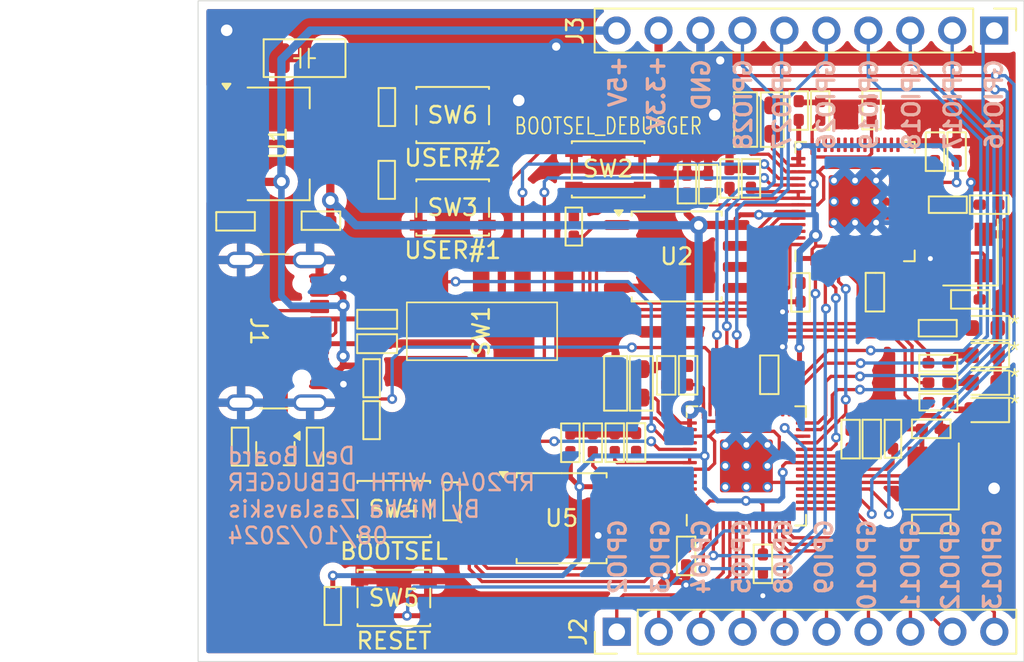
<source format=kicad_pcb>
(kicad_pcb (version 20240108) (generator "pcbnew") (generator_version "8.0")
  (layers (0 "F.Cu" signal) (31 "B.Cu" signal) (34 "B.Paste" user) (35 "F.Paste" user) (36 "B.SilkS" user "B.Silkscreen") (37 "F.SilkS" user "F.Silkscreen") (38 "B.Mask" user) (39 "F.Mask" user) (44 "Edge.Cuts" user))
  (net 0 "")
  (net 1 "GND")
  (net 2 "+5V")
  (net 3 "+3.3V")
  (net 4 "/DebuggerCircuit/XIN")
  (net 5 "Net-(C5-Pad2)")
  (net 6 "Net-(U3-VREG_VOUT)")
  (net 7 "/MainCircuit/XIN")
  (net 8 "Net-(C20-Pad2)")
  (net 9 "Net-(U4-VREG_VOUT)")
  (net 10 "/VoltageRegulation/CC2")
  (net 11 "/VoltageRegulation/CC1")
  (net 12 "Net-(D2-A)")
  (net 13 "/VoltageRegulation/DATA+")
  (net 14 "/VoltageRegulation/DATA-")
  (net 15 "/MainCircuit/GPIO13")
  (net 16 "/MainCircuit/GPIO10")
  (net 17 "/MainCircuit/GPIO11")
  (net 18 "/MainCircuit/GPIO2")
  (net 19 "/MainCircuit/GPIO5")
  (net 20 "/MainCircuit/GPIO4")
  (net 21 "/MainCircuit/GPIO3")
  (net 22 "/MainCircuit/GPIO12")
  (net 23 "/MainCircuit/GPIO9")
  (net 24 "/MainCircuit/GPIO8")
  (net 25 "/MainCircuit/GPIO29")
  (net 26 "/MainCircuit/GPIO27")
  (net 27 "/MainCircuit/GPIO26")
  (net 28 "/MainCircuit/GPIO28")
  (net 29 "/MainCircuit/GPIO15")
  (net 30 "/MainCircuit/GPIO14")
  (net 31 "Net-(R3-Pad1)")
  (net 32 "Net-(R4-Pad1)")
  (net 33 "/DebuggerCircuit/QSPI_SS")
  (net 34 "Net-(R5-Pad1)")
  (net 35 "/DebuggerCircuit/XOUT")
  (net 36 "/MainCircuit/RUN")
  (net 37 "/MainCircuit/QSPI_SS")
  (net 38 "Net-(D3-A)")
  (net 39 "/MainCircuit/XOUT")
  (net 40 "Net-(D4-A)")
  (net 41 "/MainCircuit/GPIO25")
  (net 42 "USB_DM_MAIN")
  (net 43 "USB_DP_MAIN")
  (net 44 "USB_DP_DEBUG")
  (net 45 "USB_DM_DEBUG")
  (net 46 "/DebuggerCircuit/QSPI_CLK")
  (net 47 "/DebuggerCircuit/QSPI_SD2")
  (net 48 "/DebuggerCircuit/QSPI_SD0")
  (net 49 "/DebuggerCircuit/QSPI_SD1")
  (net 50 "/DebuggerCircuit/QSPI_SD3")
  (net 63 "SWDIO")
  (net 64 "UART_RX")
  (net 65 "SWCLK")
  (net 66 "UART_TX")
  (net 79 "/MainCircuit/QSPI_SD2")
  (net 80 "/MainCircuit/QSPI_SD3")
  (net 81 "/MainCircuit/QSPI_SD0")
  (net 82 "/MainCircuit/QSPI_SD1")
  (net 83 "/MainCircuit/QSPI_CLK")
  (net 84 "/MainCircuit/GPIO16")
  (net 85 "/MainCircuit/GPIO17")
  (net 86 "/MainCircuit/GPIO24")
  (net 87 "/MainCircuit/GPIO23")
  (net 88 "/MainCircuit/GPIO18")
  (net 89 "/MainCircuit/GPIO19")
  (net 90 "Net-(D5-A)")
  (net 94 "/DebuggerCircuit/GPIO4")
  (net 95 "Net-(R10-Pad1)")
  (footprint "PCM_Resistor_SMD_AKL:R_0402_1005Metric_Pad0.72x0.64mm" (layer "F.Cu") (at 74.895 31.5425 180)
    (property "Reference" "R6" (hide yes))
    (property "Value" "1k" (hide yes))
  )
  (footprint "PCM_Capacitor_SMD_AKL:C_0603_1608Metric_Pad1.08x0.95mm_HandSolder" (layer "F.Cu") (at 62.655 26.3875 90)
    (property "Reference" "C9" (hide yes))
    (property "Value" "1.0uF" (hide yes))
  )
  (footprint "PCM_Resistor_SMD_AKL:R_0402_1005Metric_Pad0.72x0.64mm" (layer "F.Cu") (at 40.92 30.04 90)
    (property "Reference" "R9" (hide yes))
    (property "Value" "10k" (hide yes))
  )
  (footprint "PCM_Capacitor_SMD_AKL:C_0402_1005Metric_Pad0.74x0.62mm_HandSolder" (layer "F.Cu") (at 77.395 31.5425 180)
    (property "Reference" "C5" (hide yes))
    (property "Value" "15p" (hide yes))
  )
  (footprint "PCM_Resistor_SMD_AKL:R_0402_1005Metric_Pad0.72x0.64mm" (layer "F.Cu") (at 40.93 25.63 -90)
    (property "Reference" "R12" (hide yes))
    (property "Value" "10k" (hide yes))
  )
  (footprint "LED_SMD:LED_0603_1608Metric" (layer "F.Cu") (at 77.125 42.32 180)
    (property "Reference" "D4" (hide yes))
    (property "Value" "LED" (hide yes))
  )
  (footprint "PCM_Capacitor_SMD_AKL:C_0402_1005Metric_Pad0.74x0.62mm_HandSolder" (layer "F.Cu") (at 59.0975 30.2975 90)
    (property "Reference" "C6" (hide yes))
    (property "Value" "0.1uF" (hide yes))
  )
  (footprint "PCM_Resistor_SMD_AKL:R_0402_1005Metric_Pad0.72x0.64mm" (layer "F.Cu") (at 36.58 46.1925 -90)
    (property "Reference" "R1" (hide yes))
    (property "Value" "5.1k" (hide yes))
  )
  (footprint "PCM_Capacitor_SMD_AKL:C_0402_1005Metric_Pad0.74x0.62mm_HandSolder" (layer "F.Cu") (at 61.6775 29.9575 90)
    (property "Reference" "C17" (hide yes))
    (property "Value" "0.1uF" (hide yes))
  )
  (footprint "PCM_Resistor_SMD_AKL:R_0402_1005Metric_Pad0.72x0.64mm" (layer "F.Cu") (at 44.855 49.5075 -90)
    (property "Reference" "R10" (hide yes))
    (property "Value" "1k" (hide yes))
  )
  (footprint "PCM_Resistor_SMD_AKL:R_0402_1005Metric_Pad0.72x0.64mm" (layer "F.Cu") (at 52.25 32.8675 -90)
    (property "Reference" "R5" (hide yes))
    (property "Value" "1k" (hide yes))
  )
  (footprint "PCM_Capacitor_SMD_AKL:C_0402_1005Metric_Pad0.74x0.62mm_HandSolder" (layer "F.Cu") (at 63.7 53.2875 -90)
    (property "Reference" "C26" (hide yes))
    (property "Value" "0.1uF" (hide yes))
  )
  (footprint "PCM_Capacitor_SMD_AKL:C_0402_1005Metric_Pad0.74x0.62mm_HandSolder" (layer "F.Cu") (at 62.9725 29.9475 90)
    (property "Reference" "C18" (hide yes))
    (property "Value" "0.1uF" (hide yes))
  )
  (footprint "Package_TO_SOT_SMD:SOT-323_SC-70" (layer "F.Cu") (at 34.18 46.5925 -90)
    (property "Reference" "D1" (hide yes))
    (property "Value" "ESDA25W" (hide yes))
  )
  (footprint "PCM_Capacitor_SMD_AKL:C_0402_1005Metric_Pad0.74x0.62mm_HandSolder" (layer "F.Cu") (at 73.89 45.115 180)
    (property "Reference" "C20" (hide yes))
    (property "Value" "15p" (hide yes))
  )
  (footprint "PCM_Resistor_SMD_AKL:R_0402_1005Metric_Pad0.72x0.64mm" (layer "F.Cu") (at 40.005 42.0491 90)
    (property "Reference" "R13" (hide yes))
    (property "Value" "20k" (hide yes))
  )
  (footprint "PCM_Capacitor_SMD_AKL:C_0402_1005Metric_Pad0.74x0.62mm_HandSolder" (layer "F.Cu") (at 53.4 45.955 90)
    (property "Reference" "C22" (hide yes))
    (property "Value" "0.1uF" (hide yes))
  )
  (footprint "PCM_Capacitor_SMD_AKL:C_0402_1005Metric_Pad0.74x0.62mm_HandSolder" (layer "F.Cu") (at 57.845 41.8775 90)
    (property "Reference" "C29" (hide yes))
    (property "Value" "0.1uF" (hide yes))
  )
  (footprint "Button_Switch_SMD:SW_SPST_PTS810" (layer "F.Cu") (at 44.915 31.71)
    (property "Reference" "SW3")
    (property "Value" "USER#1")
  )
  (footprint "PCM_Resistor_SMD_AKL:R_0402_1005Metric_Pad0.72x0.64mm" (layer "F.Cu") (at 74.28375 39.02)
    (property "Reference" "R7" (hide yes))
    (property "Value" "300R" (hide yes))
  )
  (footprint "PCM_Capacitor_SMD_AKL:C_0402_1005Metric_Pad0.74x0.62mm_HandSolder" (layer "F.Cu") (at 54.73 45.9525 90)
    (property "Reference" "C32" (hide yes))
    (property "Value" "0.1uF" (hide yes))
  )
  (footprint "PCM_Resistor_SMD_AKL:R_0402_1005Metric_Pad0.72x0.64mm_HandSolder" (layer "F.Cu") (at 40.3375 39.96 180)
    (property "Reference" "R3" (hide yes))
    (property "Value" "22R" (hide yes))
  )
  (footprint "PCM_Capacitor_SMD_AKL:C_0402_1005Metric_Pad0.74x0.62mm_HandSolder" (layer "F.Cu") (at 65.8675 25.8425 90)
    (property "Reference" "C16" (hide yes))
    (property "Value" "0.1uF" (hide yes))
  )
  (footprint "Crystal:Crystal_SMD_3225-4Pin_3.2x2.5mm" (layer "F.Cu") (at 73.91 47.995 90)
    (property "Reference" "Y2" (hide yes))
    (property "Value" "ABM8-272-T3" (hide yes))
  )
  (footprint "PCM_Capacitor_SMD_AKL:C_0603_1608Metric_Pad1.08x0.95mm_HandSolder" (layer "F.Cu") (at 56.34 42.3625 90)
    (property "Reference" "C27" (hide yes))
    (property "Value" "1.0uF" (hide yes))
  )
  (footprint "Connector_PinHeader_2.54mm:PinHeader_1x10_P2.54mm_Vertical" (layer "F.Cu") (at 54.85 57.4 90)
    (property "Reference" "J2")
    (property "Value" "Conn_01x10" (hide yes))
  )
  (footprint "PCM_Resistor_SMD_AKL:R_0402_1005Metric_Pad0.72x0.64mm" (layer "F.Cu") (at 32.04 46.1925 -90)
    (property "Reference" "R2" (hide yes))
    (property "Value" "5.1k" (hide yes))
  )
  (footprint "PCM_Capacitor_SMD_AKL:C_0603_1608Metric_Pad1.08x0.95mm_HandSolder" (layer "F.Cu") (at 64.265 26.3925 90)
    (property "Reference" "C12" (hide yes))
    (property "Value" "1.0uF" (hide yes))
  )
  (footprint "PCM_Capacitor_SMD_AKL:C_0402_1005Metric_Pad0.74x0.62mm_HandSolder" (layer "F.Cu") (at 36.9375 32.51125 180)
    (property "Reference" "C2" (hide yes))
    (property "Value" "0.1uF" (hide yes))
  )
  (footprint "PCM_Capacitor_SMD_AKL:C_0402_1005Metric_Pad0.74x0.62mm_HandSolder" (layer "F.Cu") (at 73.8925 50.875)
    (property "Reference" "C19" (hide yes))
    (property "Value" "15p" (hide yes))
  )
  (footprint "Crystal:Crystal_SMD_3225-4Pin_3.2x2.5mm" (layer "F.Cu") (at 76.2675 34.4375 90)
    (property "Reference" "Y1" (hide yes))
    (property "Value" "ABM8-272-T3" (hide yes))
  )
  (footprint "Connector_USB:USB_C_Receptacle_GCT_USB4105-xx-A_16P_TopMnt_Horizontal" (layer "F.Cu") (at 33.175 39.21 -90)
    (property "Reference" "J1")
    (property "Value" "GCT_USB4105")
  )
  (footprint "PCM_Capacitor_SMD_AKL:C_0402_1005Metric_Pad0.74x0.62mm_HandSolder" (layer "F.Cu") (at 70.29 45.7325 90)
    (property "Reference" "C28" (hide yes))
    (property "Value" "0.1uF" (hide yes))
  )
  (footprint "Connector_PinHeader_2.54mm:PinHeader_1x10_P2.54mm_Vertical" (layer "F.Cu") (at 77.7 21 -90)
    (property "Reference" "J3")
    (property "Value" "Conn_01x10" (hide yes))
  )
  (footprint "Button_Switch_SMD:SW_SPST_PTS810" (layer "F.Cu") (at 41.355 55.355)
    (property "Reference" "SW5")
    (property "Value" "RESET")
  )
  (footprint "Button_Switch_SMD:SW_SPST_PTS810" (layer "F.Cu") (at 44.915 26.115)
    (property "Reference" "SW6")
    (property "Value" "USER#2")
  )
  (footprint "PCM_Capacitor_SMD_AKL:C_0402_1005Metric_Pad0.74x0.62mm_HandSolder" (layer "F.Cu") (at 59.17 41.8725 90)
    (property "Reference" "C31" (hide yes))
    (property "Value" "0.1uF" (hide yes))
  )
  (footprint "PCM_Capacitor_SMD_AKL:C_0402_1005Metric_Pad0.74x0.62mm_HandSolder" (layer "F.Cu") (at 76.2575 37.2775)
    (property "Reference" "C4" (hide yes))
    (property "Value" "15p" (hide yes))
  )
  (footprint "PCM_Resistor_SMD_AKL:R_0402_1005Metric_Pad0.72x0.64mm_HandSolder" (layer "F.Cu") (at 40.3425 38.48 180)
    (property "Reference" "R4" (hide yes))
    (property "Value" "22R" (hide yes))
  )
  (footprint "Package_SO:SOIC-8_5.23x5.23mm_P1.27mm" (layer "F.Cu") (at 58.475 34.6775)
    (property "Reference" "U2")
    (property "Value" "W25Q16JVSS" (hide yes))
  )
  (footprint "PCM_Capacitor_SMD_AKL:C_0402_1005Metric_Pad0.74x0.62mm_HandSolder" (layer "F.Cu") (at 69.01 45.7375 90)
    (property "Reference" "C23" (hide yes))
    (property "Value" "0.1uF" (hide yes))
  )
  (footprint "PCM_Capacitor_SMD_AKL:C_0402_1005Metric_Pad0.74x0.62mm_HandSolder" (layer "F.Cu") (at 74.1175 28.3325 90)
    (property "Reference" "C7" (hide yes))
    (property "Value" "0.1uF" (hide yes))
  )
  (footprint "PCM_Resistor_SMD_AKL:R_0402_1005Metric_Pad0.72x0.64mm" (layer "F.Cu") (at 74.3175 41.135)
    (property "Reference" "R15" (hide yes))
    (property "Value" "160R" (hide yes))
  )
  (footprint "PCM_Resistor_SMD_AKL:R_0402_1005Metric_Pad0.72x0.64mm" (layer "F.Cu") (at 74.32 42.32)
    (property "Reference" "R16" (hide yes))
    (property "Value" "220R" (hide yes))
  )
  (footprint "PCM_Resistor_SMD_AKL:R_0402_1005Metric_Pad0.72x0.64mm" (layer "F.Cu") (at 40.005 44.5903 90)
    (property "Reference" "R14" (hide yes))
    (property "Value" "10k" (hide yes))
  )
  (footprint "PCM_Capacitor_SMD_AKL:C_0402_1005Metric_Pad0.74x0.62mm_HandSolder" (layer "F.Cu") (at 64.085 41.8425 90)
    (property "Reference" "C30" (hide yes))
    (property "Value" "0.1uF" (hide yes))
  )
  (footprint "PCM_Capacitor_SMD_AKL:C_0402_1005Metric_Pad0.74x0.62mm_HandSolder" (layer "F.Cu") (at 59.05 52.81 -90)
    (property "Reference" "C25" (hide yes))
    (property "Value" "0.1uF" (hide yes))
  )
  (footprint "PCM_Resistor_SMD_AKL:R_0402_1005Metric_Pad0.72x0.64mm" (layer "F.Cu") (at 37.655 55.84 90)
    (property "Reference" "R11" (hide yes))
    (property "Value" "47k" (hide yes))
  )
  (footprint "PCM_Capacitor_SMD_AKL:C_0603_1608Metric_Pad1.08x0.95mm_HandSolder" (layer "F.Cu") (at 54.78 42.3625 90)
    (property "Reference" "C24" (hide yes))
    (property "Value" "1.0uF" (hide yes))
  )
  (footprint "PCM_Capacitor_SMD_AKL:C_0402_1005Metric_Pad0.74x0.62mm_HandSolder" (layer "F.Cu") (at 75.4275 28.3275 90)
    (property "Reference" "C13" (hide yes))
    (property "Value" "0.1uF" (hide yes))
  )
  (footprint "PCM_Capacitor_SMD_AKL:C_0402_1005Metric_Pad0.74x0.62mm_HandSolder" (layer "F.Cu") (at 67.1675 25.8375 90)
    (property "Reference" "C15" (hide yes))
    (property "Value" "0.1uF" (hide yes))
  )
  (footprint "Package_SO:SOIC-8_5.23x5.23mm_P1.27mm" (layer "F.Cu") (at 51.51 50.525)
    (property "Reference" "U5")
    (property "Value" "W25Q128JVS" (hide yes))
  )
  (footprint "PCM_Capacitor_SMD_AKL:C_0402_1005Metric_Pad0.74x0.62mm_HandSolder" (layer "F.Cu") (at 60.3825 30.3 90)
    (property "Reference" "C8" (hide yes))
    (property "Value" "0.1uF" (hide yes))
  )
  (footprint "Package_TO_SOT_SMD:SOT-223-3_TabPin2" (layer "F.Cu") (at 34.3475 27.86125)
    (property "Reference" "U1")
    (property "Value" "LD1117S33TR_SOT223" (hide yes))
  )
  (footprint "Button_Switch_SMD:SW_SPST_PTS810" (layer "F.Cu") (at 54.33 29.405)
    (property "Reference" "SW2")
    (property "Value" "BOOTSEL_DEBUGGER")
  )
  (footprint "LED_SMD:LED_0603_1608Metric" (layer "F.Cu") (at 77.13125 39.015 180)
    (property "Reference" "D2" (hide yes))
    (property "Value" "LED" (hide yes))
  )
  (footprint "PCM_Capacitor_SMD_AKL:C_0402_1005Metric_Pad0.74x0.62mm_HandSolder" (layer "F.Cu") (at 52.04 45.9575 90)
    (property "Reference" "C21" (hide yes))
    (property "Value" "0.1uF" (hide yes))
  )
  (footprint "External_RP2040:RP2040-QFN-56" (layer "F.Cu") (at 62.6975 47.36 90)
    (property "Reference" "U4" (hide yes))
    (property "Value" "RP2040" (hide yes))
  )
  (footprint "LED_SMD:LED_0603_1608Metric" (layer "F.Cu") (at 77.12 40.655 180)
    (property "Reference" "D5" (hide yes))
    (property "Value" "LED" (hide yes))
  )
  (footprint "PCM_Capacitor_SMD_AKL:C_1206_3216Metric_Pad1.33x1.80mm_HandSolder" (layer "F.Cu") (at 35.9475 22.67125 180)
    (property "Reference" "C3" (hide yes))
    (property "Value" "10uF 10V" (hide yes))
  )
  (footprint "PCM_Capacitor_SMD_AKL:C_0402_1005Metric_Pad0.74x0.62mm_HandSolder" (layer "F.Cu") (at 70.2775 25.8125 90)
    (property "Reference" "C14" (hide yes))
    (property "Value" "0.1uF" (hide yes))
  )
  (footprint "PCM_Capacitor_SMD_AKL:C_0402_1005Metric_Pad0.74x0.62mm_HandSolder" (layer "F.Cu") (at 31.7675 32.55125)
    (property "Reference" "C1" (hide yes))
    (property "Value" "0.1uF" (hide yes))
  )
  (footprint "External_MST22D18G2-125:MST22D18G2-125-footprint" (layer "F.Cu") (at 46.64 39.21)
    (property "Reference" "SW1")
    (property "Value" "~" (hide yes))
  )
  (footprint "PCM_Resistor_SMD_AKL:R_0402_1005Metric_Pad0.72x0.64mm" (layer "F.Cu") (at 74.325 43.505)
    (property "Reference" "R17" (hide yes))
    (property "Value" "300R" (hide yes))
  )
  (footprint "PCM_Capacitor_SMD_AKL:C_0402_1005Metric_Pad0.74x0.62mm_HandSolder" (layer "F.Cu") (at 56.02 45.9425 90)
    (property "Reference" "C33" (hide yes))
    (property "Value" "0.1uF" (hide yes))
  )
  (footprint "Button_Switch_SMD:SW_SPST_PTS810" (layer "F.Cu") (at 41.35 49.97 180)
    (property "Reference" "SW4")
    (property "Value" "BOOTSEL")
  )
  (footprint "PCM_Capacitor_SMD_AKL:C_0402_1005Metric_Pad0.74x0.62mm_HandSolder" (layer "F.Cu") (at 65.975 36.855 -90)
    (property "Reference" "C10" (hide yes))
    (property "Value" "0.1uF" (hide yes))
  )
  (footprint "External_RP2040:RP2040-QFN-56" (layer "F.Cu") (at 69.2775 31.355 90)
    (property "Reference" "U3" (hide yes))
    (property "Value" "RP2040" (hide yes))
  )
  (footprint "PCM_Capacitor_SMD_AKL:C_0402_1005Metric_Pad0.74x0.62mm_HandSolder" (layer "F.Cu") (at 70.48 36.84 -90)
    (property "Reference" "C11" (hide yes))
    (property "Value" "0.1uF" (hide yes))
  )
  (footprint "PCM_Resistor_SMD_AKL:R_0402_1005Metric_Pad0.72x0.64mm" (layer "F.Cu") (at 71.5725 45.71625 -90)
    (property "Reference" "R8" (hide yes))
    (property "Value" "1k" (hide yes))
  )
  (footprint "LED_SMD:LED_0603_1608Metric" (layer "F.Cu") (at 77.12 43.975 180)
    (property "Reference" "D3" (hide yes))
    (property "Value" "LED" (hide yes))
  )
  (gr_rect (start 29.5 19.2) (end 79.5 59.2) (stroke (width 0.05)) (fill none) (layer "Edge.Cuts"))
  (gr_text "GPIO27" (at 65.4558 22.6314 90) (layer "B.SilkS") (effects (font (size 1 1) (thickness 0.2) (bold yes)) (justify left bottom mirror)))
  (gr_text "GPIO3" (at 58.0898 50.4952 90) (layer "B.SilkS") (effects (font (size 1 1) (thickness 0.2) (bold yes)) (justify left bottom mirror)))
  (gr_text "GPIO19" (at 70.7136 22.6314 90) (layer "B.SilkS") (effects (font (size 1 1) (thickness 0.2) (bold yes)) (justify left bottom mirror)))
  (gr_text "GPIO8" (at 65.532 50.4952 90) (layer "B.SilkS") (effects (font (size 1 1) (thickness 0.2) (bold yes)) (justify left bottom mirror)))
  (gr_text "Dev Board\nRP2040 WITH DEBUGGER\nBy Misha Zaslavskis\n08/10/2024" (at 31.1912 52.1716 0) (layer "B.SilkS") (effects (font (size 1 1)) (justify right bottom mirror)))
  (gr_text "GND" (at 60.5536 22.6314 90) (layer "B.SilkS") (effects (font (size 1 1) (thickness 0.2) (bold yes)) (justify left bottom mirror)))
  (gr_text "GPIO16" (at 78.2828 22.6314 90) (layer "B.SilkS") (effects (font (size 1 1) (thickness 0.2) (bold yes)) (justify left bottom mirror)))
  (gr_text "GPIO10" (at 70.5866 50.4952 90) (layer "B.SilkS") (effects (font (size 1 1) (thickness 0.2) (bold yes)) (justify left bottom mirror)))
  (gr_text "GPIO17" (at 75.7936 22.6314 90) (layer "B.SilkS") (effects (font (size 1 1) (thickness 0.2) (bold yes)) (justify left bottom mirror)))
  (gr_text "GPIO28" (at 63.0936 22.6314 90) (layer "B.SilkS") (effects (font (size 1 1) (thickness 0.2) (bold yes)) (justify left bottom mirror)))
  (gr_text "+5V" (at 55.499 22.4282 90) (layer "B.SilkS") (effects (font (size 1 1) (thickness 0.2) (bold yes)) (justify left bottom mirror)))
  (gr_text "GPIO26" (at 68.1228 22.6314 90) (layer "B.SilkS") (effects (font (size 1 1) (thickness 0.2) (bold yes)) (justify left bottom mirror)))
  (gr_text "GPIO2" (at 55.499 50.4952 90) (layer "B.SilkS") (effects (font (size 1 1) (thickness 0.2) (bold yes)) (justify left bottom mirror)))
  (gr_text "GPIO9" (at 67.9958 50.4952 90) (layer "B.SilkS") (effects (font (size 1 1) (thickness 0.2) (bold yes)) (justify left bottom mirror)))
  (gr_text "GPIO12" (at 75.6412 50.5206 90) (layer "B.SilkS") (effects (font (size 1 1) (thickness 0.2) (bold yes)) (justify left bottom mirror)))
  (gr_text "GPIO11" (at 73.2282 50.4952 90) (layer "B.SilkS") (effects (font (size 1 1) (thickness 0.2) (bold yes)) (justify left bottom mirror)))
  (gr_text "+3.3V" (at 57.8358 22.4028 90) (layer "B.SilkS") (effects (font (size 1 1) (thickness 0.2) (bold yes)) (justify left bottom mirror)))
  (gr_text "GPIO18" (at 73.279 22.6314 90) (layer "B.SilkS") (effects (font (size 1 1) (thickness 0.2) (bold yes)) (justify left bottom mirror)))
  (gr_text "GPIO4" (at 60.5536 50.4952 90) (layer "B.SilkS") (effects (font (size 1 1) (thickness 0.2) (bold yes)) (justify left bottom mirror)))
  (gr_text "GPIO5" (at 62.992 50.4952 90) (layer "B.SilkS") (effects (font (size 1 1) (thickness 0.2) (bold yes)) (justify left bottom mirror)))
  (gr_text "GPIO13" (at 78.1812 50.4952 90) (layer "B.SilkS") (effects (font (size 1 1) (thickness 0.2) (bold yes)) (justify left bottom mirror)))
  (gr_text "*\n*\n*\n*" (at 79.375 44.2214 0) (layer "F.SilkS") (effects (font (size 1 1) (thickness 0.1)) (justify left bottom mirror)))
  (segment (start 54.875 36.5825) (end 56.9825 36.5825) (width 0.5) (layer "F.Cu") (net 1))
  (segment (start 74.4575 45.115) (end 77.34 45.115) (width 0.3) (layer "F.Cu") (net 1))
  (segment (start 59.05 53.95) (end 59.05 53.3775) (width 0.3) (layer "F.Cu") (net 1))
  (segment (start 31.1975 22.7575) (end 31.365 22.59) (width 0.5) (layer "F.Cu") (net 1))
  (segment (start 63.7 53.855) (end 63.7 55.215) (width 0.3) (layer "F.Cu") (net 1))
  (segment (start 56.9825 36.5825) (end 57.755 35.81) (width 0.5) (layer "F.Cu") (net 1))
  (segment (start 64.884265 40.145) (end 64.884265 41.015735) (width 0.3) (layer "F.Cu") (net 1))
  (segment (start 74.175 35.5375) (end 75.4175 35.5375) (width 0.3) (layer "F.Cu") (net 1))
  (segment (start 66.135 48.36) (end 72.325 48.36) (width 0.2) (layer "F.Cu") (net 1))
  (segment (start 32.1 34.89) (end 36.28 34.89) (width 0.5) (layer "F.Cu") (net 1))
  (segment (start 73.8375 35.2) (end 74.175 35.5375) (width 0.3) (layer "F.Cu") (net 1))
  (segment (start 77.4125 32.7775) (end 77.3675 32.7775) (width 0.2) (layer "F.Cu") (net 1))
  (segment (start 70.5525 32.63) (end 70.8275 32.355) (width 0.2) (layer "F.Cu") (net 1))
  (segment (start 70.29 44.66) (end 70.645 44.305) (width 0.3) (layer "F.Cu") (net 1))
  (segment (start 74.24 44.305) (end 74.4575 44.5225) (width 0.3) (layer "F.Cu") (net 1))
  (segment (start 70.29 45.165) (end 70.29 44.66) (width 0.3) (layer "F.Cu") (net 1))
  (segment (start 64.89 38.03) (end 64.89 37.615) (width 0.3) (layer "F.Cu") (net 1))
  (segment (start 59.05 54.445) (end 59.05 53.3775) (width 0.3) (layer "F.Cu") (net 1))
  (segment (start 73.435 32.355) (end 72.715 32.355) (width 0.2) (layer "F.Cu") (net 1))
  (segment (start 70.285 45.17) (end 70.29 45.165) (width 0.2) (layer "F.Cu") (net 1))
  (segment (start 59.165 41.31) (end 59.17 41.305) (width 0.2) (layer "F.Cu") (net 1))
  (segment (start 36.58 46.79) (end 37.71 46.79) (width 0.5) (layer "F.Cu") (net 1))
  (segment (start 70.645 44.305) (end 74.24 44.305) (width 0.3) (layer "F.Cu") (net 1))
  (segment (start 59.045 54.57) (end 59.045 54.45) (width 0.2) (layer "F.Cu") (net 1))
  (segment (start 38.3 43.21) (end 38.3 42.41) (width 0.5) (layer "F.Cu") (net 1))
  (segment (start 57.784907 54.006564) (end 58.993436 54.006564) (width 0.3) (layer "F.Cu") (net 1))
  (segment (start 67.1625 25.275) (end 67.1675 25.27) (width 0.2) (layer "F.Cu") (net 1))
  (segment (start 72.325 48.36) (end 73.06 49.095) (width 0.2) (layer "F.Cu") (net 1))
  (segment (start 64.89 37.615) (end 65.0825 37.4225) (width 0.3) (layer "F.Cu") (net 1))
  (segment (start 57.625 41.53) (end 57.845 41.31) (width 0.2) (layer "F.Cu") (net 1))
  (segment (start 64.884265 41.015735) (end 64.625 41.275) (width 0.3) (layer "F.Cu") (net 1))
  (segment (start 77.9075 44.5475) (end 77.9075 43.975) (width 0.3) (layer "F.Cu") (net 1))
  (segment (start 73.8375 34.8075) (end 73.8375 35.2) (width 0.3) (layer "F.Cu") (net 1))
  (segment (start 73.33 50.87) (end 73.325 50.875) (width 0.2) (layer "F.Cu") (net 1))
  (segment (start 64.2475 48.36) (end 66.135 48.36) (width 0.2) (layer "F.Cu") (net 1))
  (segment (start 77.97 31.535) (end 77.9625 31.5425) (width 0.2) (layer "F.Cu") (net 1))
  (segment (start 31.1975 25.56125) (end 31.1975 22.7575) (width 0.5) (layer "F.Cu") (net 1))
  (segment (start 59.045 54.57) (end 59.165 54.45) (width 0.2) (layer "F.Cu") (net 1))
  (segment (start 63.9725 48.635) (end 64.2475 48.36) (width 0.2) (layer "F.Cu") (net 1))
  (segment (start 56.405 28.33) (end 58.71 28.33) (width 0.5) (layer "F.Cu") (net 1))
  (segment (start 36.58 47.41) (end 36.58 46.79) (width 0.3) (layer "F.Cu") (net 1))
  (segment (start 73.8375 36.8975) (end 73.8375 34.8075) (width 0.3) (layer "F.Cu") (net 1))
  (segment (start 64.2725 25.825) (end 64.2775 25.83) (width 0.2) (layer "F.Cu") (net 1))
  (segment (start 53.3975 45.39) (end 53.4 45.3875) (width 0.2) (layer "F.Cu") (net 1))
  (segment (start 77.9575 31.5475) (end 77.9575 32.4975) (width 0.3) (layer "F.Cu") (net 1))
  (segment (start 54.7275 45.3875) (end 54.73 45.385) (width 0.2) (layer "F.Cu") (net 1))
  (segment (start 74.4575 45.115) (end 74.4575 46.5925) (width 0.3) (layer "F.Cu") (net 1))
  (segment (start 36.3975 47.5925) (end 36.58 47.41) (width 0.3) (layer "F.Cu") (net 1))
  (segment (start 70.4925 37.42) (end 73.315 37.42) (width 0.3) (layer "F.Cu") (net 1))
  (segment (start 60.38 29.73) (end 60.3825 29.7325) (width 0.2) (layer "F.Cu") (net 1))
  (segment (start 74.4575 46.5925) (end 74.76 46.895) (width 0.2) (layer "F.Cu") (net 1))
  (segment (start 70.8275 32.355) (end 72.715 32.355) (width 0.2) (layer "F.Cu") (net 1))
  (segment (start 58.33 29.73) (end 59.0975 29.73) (width 0.5) (layer "F.Cu") (net 1))
  (segment (start 73.315 37.42) (end 73.8375 36.8975) (width 0.3) (layer "F.Cu") (net 1))
  (segment (start 77.9075 42.315) (end 77.9125 42.32) (width 0.2) (layer "F.Cu") (net 1))
  (segment (start 57.755 30.305) (end 58.33 29.73) (width 0.5) (layer "F.Cu") (net 1))
  (segment (start 64.625 41.275) (end 64.085 41.275) (width 0.3) (layer "F.Cu") (net 1))
  (segment (start 58.993436 54.006564) (end 59.05 53.95) (width 0.3) (layer "F.Cu") (net 1))
  (segment (start 70.295 37.4075) (end 70.48 37.4075) (width 0.2) (layer "F.Cu") (net 1))
  (segment (start 77.9575 32.4975) (end 77.1175 33.3375) (width 0.3) (layer "F.Cu") (net 1))
  (segment (start 74.4575 44.5225) (end 74.4575 45.115) (width 0.3) (layer "F.Cu") (net 1))
  (segment (start 32.04 47.35) (end 32.2825 47.5925) (width 0.3) (layer "F.Cu") (net 1))
  (segment (start 65.0825 37.4225) (end 65.975 37.4225) (width 0.3) (layer "F.Cu") (net 1))
  (segment (start 62.9625 29.39) (end 62.9725 29.38) (width 0.2) (layer "F.Cu") (net 1))
  (segment (start 75.69 35.81) (end 75.4175 35.5375) (width 0.2) (layer "F.Cu") (net 1))
  (segment (start 70.2525 25.27) (end 70.2775 25.245) (width 0.2) (layer "F.Cu") (net 1))
  (segment (start 34.18 47.5925) (end 36.3975 47.5925) (width 0.3) (layer "F.Cu") (net 1))
  (segment (start 56.01 45.385) (end 56.02 45.375) (width 0.2) (layer "F.Cu") (net 1))
  (segment (start 70.48 37.4075) (end 70.4925 37.42) (width 0.3) (layer "F.Cu") (net 1))
  (segment (start 58.71 28.33) (end 59.0975 28.7175) (width 0.5) (layer "F.Cu") (net 1))
  (segment (start 42.84 32.785) (end 46.99 32.785) (width 0.2) (layer "F.Cu") (net 1))
  (segment (start 73.8375 32.7575) (end 73.435 32.355) (width 0.2) (layer "F.Cu") (net 1))
  (segment (start 37.93 34.89) (end 38.29 35.25) (width 0.5) (layer "F.Cu") (net 1))
  (segment (start 73.06 49.095) (end 73.33 49.365) (width 0.2) (layer "F.Cu") (net 1))
  (segment (start 31.365 22.59) (end 34.30375 22.59) (width 0.5) (layer "F.Cu") (net 1))
  (segment (start 57.755 35.81) (end 57.755 30.305) (width 0.5) (layer "F.Cu") (net 1))
  (segment (start 38.3 45.212) (end 38.3 42.41) (width 0.5) (layer "F.Cu") (net 1))
  (segment (start 36.28 43.53) (end 37.98 43.53) (width 0.5) (layer "F.Cu") (net 1))
  (segment (start 38.3 46.2) (end 38.3 45.212) (width 0.5) (layer "F.Cu") (net 1))
  (segment (start 53.727342 51.57081) (end 53.727342 51.522658) (width 0.2) (layer "F.Cu") (net 1))
  (segment (start 40.005 45.1878) (end 38.3242 45.1878) (width 0.5) (layer "F.Cu") (net 1))
  (segment (start 77.9125 43.97) (end 77.9075 43.975) (width 0.2) (layer "F.Cu") (net 1))
  (segment (start 75.5575 27.7275) (end 75.5675 27.7375) (width 0.2) (layer "F.Cu") (net 1))
  (segment (start 38.29 36.01) (end 36.855 36.01) (width 0.4) (layer "F.Cu") (net 1))
  (segment (start 36.33 32.55125) (end 36.37 32.51125) (width 0.2) (layer "F.Cu") (net 1))
  (segment (start 75.69 37.2775) (end 75.69 35.81) (width 0.3) (layer "F.Cu") (net 1))
  (segment (start 56.335 41.535) (end 56.34 41.53) (width 0.2) (layer "F.Cu") (net 1))
  (segment (start 76.8525 33.0725) (end 77.1175 33.3375) (width 0.2) (layer "F.Cu") (net 1))
  (segment (start 38.3 42.41) (end 36.855 42.41) (width 0.4) (layer "F.Cu") (net 1))
  (segment (start 73.33 49.365) (end 73.33 50.87) (width 0.3) (layer "F.Cu") (net 1))
  (segment (start 53.727342 51.522658) (end 53.73 51.52) (width 0.2) (layer "F.Cu") (net 1))
  (segment (start 36.28 34.89) (end 37.93 34.89) (width 0.5) (layer "F.Cu") (net 1))
  (segment (start 37.98 43.53) (end 38.3 43.21) (width 0.5) (layer "F.Cu") (net 1))
  (segment (start 38.29 35.25) (end 38.29 36.01) (width 0.5) (layer "F.Cu") (net 1))
  (segment (start 47.915 52.425) (end 47.91 52.43) (width 0.4) (layer "F.Cu") (net 1))
  (segment (start 73.8375 34.8075) (end 73.8375 32.7575) (width 0.2) (layer "F.Cu") (net 1))
  (segment (start 70.2775 37.425) (end 70.295 37.4075) (width 0.2) (layer "F.Cu") (net 1))
  (segment (start 52.873152 52.425) (end 47.915 52.425) (width 0.4) (layer "F.Cu") (net 1))
  (segment (start 63.7 55.215) (end 63.695 55.22) (width 0.2) (layer "F.Cu") (net 1))
  (segment (start 77.97 30.81) (end 77.97 31.535) (width 0.3) (layer "F.Cu") (net 1))
  (segment (start 77.355 30.195) (end 77.97 30.81) (width 0.3) (layer "F.Cu") (net 1))
  (segment (start 59.0975 28.7175) (end 59.0975 29.73) (width 0.5) (layer "F.Cu") (net 1))
  (segment (start 59.045 54.45) (end 59.05 54.445) (width 0.2) (layer "F.Cu") (net 1))
  (segment (start 42.84 27.19) (end 46.99 27.19) (width 0.2) (layer "F.Cu") (net 1))
  (segment (start 38.3242 45.1878) (end 38.3 45.212) (width 0.2) (layer "F.Cu") (net 1))
  (segment (start 53.727342 51.57081) (end 52.873152 52.425) (width 0.4) (layer "F.Cu") (net 1))
  (segment (start 37.71 46.79) (end 38.3 46.2) (width 0.5) (layer "F.Cu") (net 1))
  (segment (start 34.30375 22.59) (end 34.385 22.67125) (width 0.2) (layer "F.Cu") (net 1))
  (segment (start 32.04 46.79) (end 32.04 47.35) (width 0.3) (layer "F.Cu") (net 1))
  (segment (start 76.29 30.195) (end 77.355 30.195) (width 0.3) (layer "F.Cu") (net 1))
  (segment (start 77.34 45.115) (end 77.9075 44.5475) (width 0.3) (layer "F.Cu") (net 1))
  (segment (start 32.2825 47.5925) (end 34.18 47.5925) (width 0.3) (layer "F.Cu") (net 1))
  (segment (start 77.495 32.96) (end 77.1175 33.3375) (width 0.2) (layer "F.Cu") (net 1))
  (via (at 59.045 54.57) (size 0.6) (drill 0.3) (layers "F.Cu" "B.Cu") (net 1))
  (via (at 64.884265 40.145) (size 0.6) (drill 0.3) (layers "F.Cu" "B.Cu") (net 1))
  (via (at 38.29 36.01) (size 0.8) (drill 0.4) (layers "F.Cu" "B.Cu") (net 1))
  (via (at 38.3 42.41) (size 0.8) (drill 0.4) (layers "F.Cu" "B.Cu") (net 1))
  (via (at 31.23 20.985) (size 1.4) (drill 0.7) (layers "F.Cu" "B.Cu") (net 1))
  (via (at 53.727342 51.57081) (size 0.85) (drill 0.4) (layers "F.Cu" "B.Cu") (net 1))
  (via (at 73.8375 34.8075) (size 0.6) (drill 0.3) (layers "F.Cu" "B.Cu") (net 1))
  (via (at 48.915 25.23) (size 1.4) (drill 0.7) (layers "F.Cu" "B.Cu") (net 1))
  (via (at 51.181 21.971) (size 1) (drill 0.5) (layers "F.Cu" "B.Cu") (net 1))
  (via (at 76.29 30.195) (size 0.6) (drill 0.3) (layers "F.Cu" "B.Cu") (net 1))
  (via (at 57.784907 54.006564) (size 0.6) (drill 0.3) (layers "F.Cu" "B.Cu") (net 1))
  (via (at 60.78 26.1) (size 1.4) (drill 0.7) (layers "F.Cu" "B.Cu") (net 1))
  (via (at 61.1124 22.8092) (size 1) (drill 0.5) (layers "F.Cu" "B.Cu") (net 1))
  (via (at 63.695 55.22) (size 0.6) (drill 0.3) (layers "F.Cu" "B.Cu") (net 1))
  (via (at 77.6986 48.7172) (size 1.4) (drill 0.7) (layers "F.Cu" "B.Cu") (net 1))
  (via (at 64.89 38.03) (size 0.6) (drill 0.3) (layers "F.Cu" "B.Cu") (net 1))
  (segment (start 39.18 41.54) (end 38.31 42.41) (width 0.4) (layer "B.Cu") (net 1))
  (segment (start 63.415 54.56) (end 63.695 54.84) (width 0.3) (layer "B.Cu") (net 1))
  (segment (start 64.89 40.139265) (end 64.89 38.03) (width 0.3) (layer "B.Cu") (net 1))
  (segment (start 38.31 42.41) (end 38.3 42.41) (width 0.4) (layer "B.Cu") (net 1))
  (segment (start 64.884265 40.145) (end 64.89 40.139265) (width 0.2) (layer "B.Cu") (net 1))
  (segment (start 36.28 24.99) (end 36.28 34.89) (width 0.5) (layer "B.Cu") (net 1))
  (segment (start 32.1 43.53) (end 36.28 43.53) (width 0.5) (layer "B.Cu") (net 1))
  (segment (start 59.92 23.26) (end 59.51 23.67) (width 0.5) (layer "B.Cu") (net 1))
  (segment (start 38.29 36.01) (end 39.18 36.9) (width 0.4) (layer "B.Cu") (net 1))
  (segment (start 57.784907 52.394907) (end 56.95 51.56) (width 0.3) (layer "B.Cu") (net 1))
  (segment (start 56.95 51.56) (end 53.738152 51.56) (width 0.3) (layer "B.Cu") (net 1))
  (segment (start 39.18 36.9) (end 39.18 41.54) (width 0.4) (layer "B.Cu") (net 1))
  (segment (start 53.738152 51.56) (end 53.727342 51.57081) (width 0.3) (layer "B.Cu") (net 1))
  (segment (start 32.1 34.89) (end 32.1 43.53) (width 0.5) (layer "B.Cu") (net 1))
  (segment (start 59.92 21) (end 59.92 23.26) (width 0.5) (layer "B.Cu") (net 1))
  (segment (start 76.29 30.195) (end 76.29 32.905) (width 0.3) (layer "B.Cu") (net 1))
  (segment (start 57.784907 54.006564) (end 57.784907 52.394907) (width 0.3) (layer "B.Cu") (net 1))
  (segment (start 73.6 32.63) (end 73.8375 32.8675) (width 0.3) (layer "B.Cu") (net 1))
  (segment (start 53.648152 51.65) (end 53.6 51.65) (width 0.2) (layer "B.Cu") (net 1))
  (segment (start 70.5525 32.63) (end 73.6 32.63) (width 0.3) (layer "B.Cu") (net 1))
  (segment (start 76.29 32.905) (end 75.8825 33.3125) (width 0.3) (layer "B.Cu") (net 1))
  (segment (start 73.8375 32.8675) (end 73.8375 34.8075) (width 0.3) (layer "B.Cu") (net 1))
  (segment (start 37.6 23.67) (end 36.28 24.99) (width 0.5) (layer "B.Cu") (net 1))
  (segment (start 59.055 54.56) (end 63.415 54.56) (width 0.3) (layer "B.Cu") (net 1))
  (segment (start 74.0575 33.3125) (end 73.8375 33.5325) (width 0.3) (layer "B.Cu") (net 1))
  (segment (start 63.695 54.84) (end 63.695 55.22) (width 0.3) (layer "B.Cu") (net 1))
  (segment (start 73.8375 33.5325) (end 73.8375 34.8075) (width 0.3) (layer "B.Cu") (net 1))
  (segment (start 53.727342 51.57081) (end 53.648152 51.65) (width 0.2) (layer "B.Cu") (net 1))
  (segment (start 59.51 23.67) (end 37.6 23.67) (width 0.5) (layer "B.Cu") (net 1))
  (segment (start 59.045 54.57) (end 59.055 54.56) (width 0.3) (layer "B.Cu") (net 1))
  (segment (start 75.8825 33.3125) (end 74.0575 33.3125) (width 0.3) (layer "B.Cu") (net 1))
  (segment (start 37.98 41.61) (end 36.855 41.61) (width 0.4) (layer "F.Cu") (net 2))
  (segment (start 38.28 40.71) (end 38.28 41.31) (width 0.4) (layer "F.Cu") (net 2))
  (segment (start 31.2 30.16375) (end 31.1975 30.16125) (width 0.2) (layer "F.Cu") (net 2))
  (segment (start 38.01 36.81) (end 36.855 36.81) (width 0.4) (layer "F.Cu") (net 2))
  (segment (start 38.28 37.08) (end 38.01 36.81) (width 0.4) (layer "F.Cu") (net 2))
  (segment (start 31.2 32.55125) (end 31.2 30.16375) (width 0.5) (layer "F.Cu") (net 2))
  (segment (start 38.2896 41.3004) (end 38.28 41.31) (width 0.2) (layer "F.Cu") (net 2))
  (segment (start 34.47875 30.16375) (end 34.485 30.17) (width 0.2) (layer "F.Cu") (net 2))
  (segment (start 40.005 41.3004) (end 38.2896 41.3004) (width 0.4) (layer "F.Cu") (net 2))
  (segment (start 38.28 41.31) (end 37.98 41.61) (width 0.4) (layer "F.Cu") (net 2))
  (segment (start 31.2 30.16375) (end 34.47875 30.16375) (width 0.5) (layer "F.Cu") (net 2))
  (segment (start 34.485 30.17) (end 34.55 30.105) (width 0.2) (layer "F.Cu") (net 2))
  (segment (start 38.28 37.66) (end 38.28 37.08) (width 0.4) (layer "F.Cu") (net 2))
  (via (at 38.28 40.71) (size 0.8) (drill 0.4) (layers "F.Cu" "B.Cu") (net 2))
  (via (at 38.28 37.66) (size 0.8) (drill 0.4) (layers "F.Cu" "B.Cu") (net 2))
  (via (at 34.545 30.145) (size 1) (drill 0.55) (layers "F.Cu" "B.Cu") (net 2))
  (segment (start 38.28 40.71) (end 38.28 37.66) (width 0.4) (layer "B.Cu") (net 2))
  (segment (start 34.545 37.075) (end 34.545 30.145) (width 0.4) (layer "B.Cu") (net 2))
  (segment (start 34.545 22.745) (end 36.29 21) (width 0.5) (layer "B.Cu") (net 2))
  (segment (start 34.545 30.145) (end 34.545 22.745) (width 0.5) (layer "B.Cu") (net 2))
  (segment (start 38.28 37.66) (end 35.13 37.66) (width 0.4) (layer "B.Cu") (net 2))
  (segment (start 36.29 21) (end 54.84 21) (width 0.5) (layer "B.Cu") (net 2))
  (segment (start 35.13 37.66) (end 34.545 37.075) (width 0.4) (layer "B.Cu") (net 2))
  (segment (start 66.6775 34.7925) (end 66.6775 34.25864) (width 0.2) (layer "F.Cu") (net 3))
  (segment (start 54.88 47.16) (end 59.26 47.16) (width 0.2) (layer "F.Cu") (net 3))
  (segment (start 63.6975 44.45636) (end 63.6975 43.9225) (width 0.2) (layer "F.Cu") (net 3))
  (segment (start 65.915 41.462918) (end 65.915 40.205) (width 0.3) (layer "F.Cu") (net 3))
  (segment (start 70.07386 28.655) (end 70.2775 28.45136) (width 0.2) (layer "F.Cu") (net 3))
  (segment (start 37.51 22.67125) (end 37.76375 22.925) (width 0.5) (layer "F.Cu") (net 3))
  (segment (start 59.26 46.76) (end 59.26 47.16) (width 0.2) (layer "F.Cu") (net 3))
  (segment (start 65.9075 34.95) (end 66.0575 34.8) (width 0.3) (layer "F.Cu") (net 3))
  (segment (start 66.7775 30.29) (end 66.7775 30.6775) (width 0.2) (layer "F.Cu") (net 3))
  (segment (start 63.49386 44.66) (end 63.6975 44.45636) (width 0.2) (layer "F.Cu") (net 3))
  (segment (start 66.6775 27.9175) (end 66.6775 26.8975) (width 0.2) (layer "F.Cu") (net 3))
  (segment (start 40.93 26.2275) (end 40.93 27.875) (width 0.5) (layer "F.Cu") (net 3))
  (segment (start 60.0975 42.6625) (end 60.0975 43.9225) (width 0.2) (layer "F.Cu") (net 3))
  (segment (start 56.975 22.925) (end 57.38 22.52) (width 0.5) (layer "F.Cu") (net 3))
  (segment (start 61.9125 31.155) (end 65.84 31.155) (width 0.2) (layer "F.Cu") (net 3))
  (segment (start 66.0575 34.8) (end 66.57 34.8) (width 0.3) (layer "F.Cu") (net 3))
  (segment (start 37.505 32.51125) (end 37.505 31.285) (width 0.5) (layer "F.Cu") (net 3))
  (segment (start 64.9 47.76) (end 64.9 47.36) (width 0.2) (layer "F.Cu") (net 3))
  (segment (start 59.315 50.795) (end 59.99 50.795) (width 0.3) (layer "F.Cu") (net 3))
  (segment (start 73.672528 31.155) (end 74.635028 30.1925) (width 0.2) (layer "F.Cu") (net 3))
  (segment (start 59.17 42.44) (end 59.875 42.44) (width 0.2) (layer "F.Cu") (net 3))
  (segment (start 59.05 52.2425) (end 59.05 51.06) (width 0.3) (layer "F.Cu") (net 3))
  (segment (start 66.6775 34.25864) (end 66.88114 34.055) (width 0.2) (layer "F.Cu") (net 3))
  (segment (start 59.875 42.44) (end 60.0975 42.6625) (width 0.2) (layer "F.Cu") (net 3))
  (segment (start 52.595 48.62) (end 55.11 48.62) (width 0.3) (layer "F.Cu") (net 3))
  (segment (start 40.91625 27.86125) (end 40.93 27.875) (width 0.2) (layer "F.Cu") (net 3))
  (segment (start 40.93 27.875) (end 40.93 29.4325) (width 0.5) (layer "F.Cu") (net 3))
  (segment (start 64.2775 28.166814) (end 65.265686 29.155) (width 0.2) (layer "F.Cu") (net 3))
  (segment (start 65.1 47.16) (end 66.135 47.16) (width 0.2) (layer "F.Cu") (net 3))
  (segment (start 54.73 47.01) (end 54.88 47.16) (width 0.2) (layer "F.Cu") (net 3))
  (segment (start 59.05 51.06) (end 59.315 50.795) (width 0.3) (layer "F.Cu") (net 3))
  (segment (start 52.59 48.615) (end 52.595 48.62) (width 0.3) (layer "F.Cu") (net 3))
  (segment (start 59.2875 43.9625) (end 59.295 43.955) (width 0.2) (layer "F.Cu") (net 3))
  (segment (start 37.4975 27.86125) (end 37.4975 22.39375) (width 0.5) (layer "F.Cu") (net 3))
  (segment (start 37.655 55.2425) (end 37.655 54.01) (width 0.3) (layer "F.Cu") (net 3))
  (segment (start 66.895 34.04114) (end 66.88114 34.055) (width 0.2) (layer "F.Cu") (net 3))
  (segment (start 61.6775 30.92) (end 61.9125 31.155) (width 0.2) (layer "F.Cu") (net 3))
  (segment (start 57.937339 44.655816) (end 57.937339 44.656653) (width 0.2) (layer "F.Cu") (net 3))
  (segment (start 66.6775 28.45136) (end 66.88114 28.655) (width 0.2) (layer "F.Cu") (net 3))
  (segment (start 62.325 32.155) (end 62.075 32.405) (width 0.3) (layer "F.Cu") (net 3))
  (segment (start 57.845 43.915) (end 58.69 44.76) (width 0.2) (layer "F.Cu") (net 3))
  (segment (start 72.715 31.155) (end 73.672528 31.155) (width 0.2) (layer "F.Cu") (net 3))
  (segment (start 66.625 27.97) (end 66.6775 27.9175) (width 0.2) (layer "F.Cu") (net 3))
  (segment (start 65.8675 28.7825) (end 65.84 28.755) (width 0.2) (layer "F.Cu") (net 3))
  (segment (start 66.7775 30.9975) (end 66.62 31.155) (width 0.2) (layer "F.Cu") (net 3))
  (segment (start 75.3325 28.99) (end 75.3325 29.1075) (width 0.2) (layer "F.Cu") (net 3))
  (segment (start 66.895 33.405) (end 66.895 34.04114) (width 0.2) (layer "F.Cu") (net 3))
  (segment (start 63.6975 50.7975) (end 63.6975 52.7175) (width 0.2) (layer "F.Cu") (net 3))
  (segment (start 37.4975 22.39375) (end 37.53 22.36125) (width 0.2) (layer "F.Cu") (net 3))
  (segment (start 31.1975 27.86125) (end 37.4975 27.86125) (width 0.5) (layer "F.Cu") (net 3))
  (segment (start 63.2125 30.755) (end 65.84 30.755) (width 0.2) (layer "F.Cu") (net 3))
  (segment (start 66.6775 26.8975) (end 67.1675 26.4075) (width 0.2) (layer "F.Cu") (net 3))
  (segment (start 75.4275 28.895) (end 75.4275 30.1925) (width 0.3) (layer "F.Cu") (net 3))
  (segment (start 37.655 54.01) (end 37.66 54.005) (width 0.2) (layer "F.Cu") (net 3))
  (segment (start 56.27 46.76) (end 59.26 46.76) (width 0.2) (layer "F.Cu") (net 3))
  (segment (start 70.2775 36.28) (end 70.2825 36.285) (width 0.2) (layer "F.Cu") (net 3))
  (segment (start 70.2775 28.45136) (end 70.2775 27.9175) (width 0.2) (layer "F.Cu") (net 3))
  (segment (start 66.88114 34.055) (end 70.1 34.055) (width 0.2) (layer "F.Cu") (net 3))
  (segment (start 37.505 27.86875) (end 37.4975 27.86125) (width 0.2) (layer "F.Cu") (net 3))
  (segment (start 62.9725 30.515) (end 63.2125 30.755) (width 0.2) (layer "F.Cu") (net 3))
  (segment (start 55.3775 48.4675) (end 55.37 48.475) (width 0.2) (layer "F.Cu") (net 3))
  (segment (start 75.4275 30.1925) (end 75.425 30.195) (width 0.2) (layer "F.Cu") (net 3))
  (segment (start 65.8675 27.97) (end 65.92 27.9175) (width 0.2) (layer "F.Cu") (net 3))
  (segment (start 70.065 47.16) (end 70.29 46.935) (width 0.2) (layer "F.Cu") (net 3))
  (segment (start 67.1675 26.4075) (end 67.1675 26.405) (width 0.2) (layer "F.Cu") (net 3))
  (segment (start 66.62 31.155) (end 65.84 31.155) (width 0.2) (layer "F.Cu") (net 3))
  (segment (start 64.2775 27.555) (end 64.2775 28.166814) (width 0.2) (layer "F.Cu") (net 3))
  (segment (start 60.0975 44.45636) (end 60.30114 44.66) (width 0.2) (layer "F.Cu") (net 3))
  (segment (start 65.8675 29.035) (end 65.8675 28.7825) (width 0.2) (layer "F.Cu") (net 3))
  (segment (start 59.79 32.7725) (end 62.075 32.7725) (width 0.5) (layer "F.Cu") (net 3))
  (segment (start 60.0975 43.9225) (end 60.0975 44.45636) (width 0.2) (layer "F.Cu") (net 3))
  (segment (start 52.04 48.065) (end 52.04 46.525) (width 0.3) (layer "F.Cu") (net 3))
  (segment (start 60.165 46.76) (end 60.17 46.755) (width 0.2) (layer "F.Cu") (net 3))
  (segment (start 74.635028 30.1925) (end 75.4275 30.1925) (width 0.2) (layer "F.Cu") (net 3))
  (segment (start 66.88114 28.655) (end 70.07386 28.655) (width 0.2) (layer "F.Cu") (net 3))
  (segment (start 63.458728 32.155) (end 62.325 32.155) (width 0.3) (layer "F.Cu") (net 3))
  (segment (start 59.295 43.955) (end 59.965 43.955) (width 0.3) (layer "F.Cu") (net 3))
  (segment (start 57.17 43.255) (end 57.351554 43.436554) (width 0.2) (layer "F.Cu") (net 3))
  (segment (start 70.2775 34.7925) (end 70.2775 36.28) (width 0.2) (layer "F.Cu") (net 3))
  (segment (start 63.48 49.48) (end 63.6975 49.6975) (width 0.2) (layer "F.Cu") (net 3))
  (segment (start 64.9 47.36) (end 65.1 47.16) (width 0.2) (layer "F.Cu") (net 3))
  (segment (start 59.26 46.76) (end 60.165 46.76) (width 0.2) (layer "F.Cu") (net 3))
  (segment (start 65.8675 27.97) (end 66.625 27.97) (width 0.3) (layer "F.Cu") (net 3))
  (segment (start 66.135 47.16) (end 70.065 47.16) (width 0.2) (layer "F.Cu") (net 3))
  (segment (start 66.6775 27.9175) (end 66.6775 28.45136) (width 0.2) (layer "F.Cu") (net 3))
  (segment (start 61.6775 30.525) (end 61.6775 30.92) (width 0.2) (layer "F.Cu") (net 3))
  (segment (start 60.0975 49.8725) (end 60.49 49.48) (width 0.2) (layer "F.Cu") (net 3))
  (segment (start 57.351554 44.070031) (end 57.937339 44.655816) (width 0.2) (layer "F.Cu") (net 3))
  (segment (start 60.30114 44.66) (end 63.49386 44.66) (width 0.2) (layer "F.Cu") (net 3))
  (segment (start 58.440686 45.16) (end 59.26 45.16) (width 0.2) (layer "F.Cu") (net 3))
  (segment (start 57.845 42.445) (end 57.845 43.915) (width 0.2) (layer "F.Cu") (net 3))
  (segment (start 59.0975 32.08) (end 59.79 32.7725) (width 0.4) (layer "F.Cu") (net 3))
  (segment (start 64.085 42.41) (end 64.967918 42.41) (width 0.3) (layer "F.Cu") (net 3))
  (segment (start 60.0975 50.7975) (end 60.0975 49.8725) (width 0.2) (layer "F.Cu") (net 3))
  (segment (start 65.8675 27.97) (end 65.8675 29.035) (width 0.3) (layer "F.Cu") (net 3))
  (segment (start 64.175 42.395) (end 63.6975 42.8725) (width 0.2) (layer "F.Cu") (net 3))
  (segment (start 37.76375 22.925) (end 56.975 22.925) (width 0.5) (layer "F.Cu") (net 3))
  (segment (start 70.2775 34.2325) (end 70.2775 34.7925) (width 0.2) (layer "F.Cu") (net 3))
  (segment (start 65.265686 29.155) (end 65.84 29.155) (width 0.2) (layer "F.Cu") (net 3))
  (segment (start 58.69 44.76) (end 59.26 44.76) (width 0.2) (layer "F.Cu") (net 3))
  (segment (start 65.84 30.755) (end 65.84 31.155) (width 0.2) (layer "F.Cu") (net 3))
  (segment (start 70.1 34.055) (end 70.2775 34.2325) (width 0.2) (layer "F.Cu") (net 3))
  (segment (start 59.26 43.99) (end 59.2875 43.9625) (width 0.2) (layer "F.Cu") (net 3))
  (segment (start 66.7775 30.29) (end 66.7775 30.9975) (width 0.2) (layer "F.Cu") (net 3))
  (segment (start 70.29 46.935) (end 70.29 46.3) (width 0.2) (layer "F.Cu") (net 3))
  (segment (start 64.967918 42.41) (end 65.915 41.462918) (width 0.3) (layer "F.Cu") (net 3))
  (segment (start 66.6725 27.9125) (end 66.6775 27.9175) (width 0.2) (layer "F.Cu") (net 3))
  (segment (start 63.6975 42.8725) (end 63.6975 43.875) (width 0.2) (layer "F.Cu") (net 3))
  (segment (start 65.9075 36.29) (end 65.9075 34.95) (width 0.3) (layer "F.Cu") (net 3))
  (segment (start 52.59 48.615) (end 52.04 48.065) (width 0.3) (layer "F.Cu") (net 3))
  (segment (start 57.937339 44.656653) (end 58.440686 45.16) (width 0.2) (layer "F.Cu") (net 3))
  (segment (start 57.38 22.52) (end 57.38 21) (width 0.5) (layer "F.Cu") (net 3))
  (segment (start 37.4975 27.86125) (end 40.91625 27.86125) (width 0.5) (layer "F.Cu") (net 3))
  (segment (start 57.351554 43.436554) (end 57.351554 44.070031) (width 0.2) (layer "F.Cu") (net 3))
  (segment (start 56.02 46.51) (end 56.27 46.76) (width 0.2) (layer "F.Cu") (net 3))
  (segment (start 62.075 32.405) (end 62.075 32.7725) (width 0.3) (layer "F.Cu") (net 3))
  (segment (start 63.6975 52.7175) (end 63.7 52.72) (width 0.2) (layer "F.Cu") (net 3))
  (segment (start 56.34 43.255) (end 57.17 43.255) (width 0.2) (layer "F.Cu") (net 3))
  (segment (start 63.6975 49.6975) (end 63.6975 50.7975) (width 0.2) (layer "F.Cu") (net 3))
  (segment (start 37.505 31.285) (end 37.505 27.86875) (width 0.5) (layer "F.Cu") (net 3))
  (segment (start 65.8675 26.41) (end 65.8675 27.97) (width 0.3) (layer "F.Cu") (net 3))
  (segment (start 54.73 46.52) (end 54.73 47.01) (width 0.2) (layer "F.Cu") (net 3))
  (segment (start 70.2775 26.5) (end 70.2775 27.9175) (width 0.2) (layer "F.Cu") (net 3))
  (segment (start 59.0975 30.865) (end 59.0975 32.08) (width 0.4) (layer "F.Cu") (net 3))
  (segment (start 60.49 49.48) (end 63.48 49.48) (width 0.2) (layer "F.Cu") (net 3))
  (segment (start 75.4275 28.895) (end 75.3325 28.99) (width 0.2) (layer "F.Cu") (net 3))
  (segment (start 59.26 45.05) (end 59.26 43.99) (width 0.3) (layer "F.Cu") (net 3))
  (segment (start 40.93 29.4325) (end 40.92 29.4425) (width 0.2) (layer "F.Cu") (net 3))
  (via (at 37.66 54.005) (size 0.6) (drill 0.3) (layers "F.Cu" "B.Cu") (net 3))
  (via (at 52.59 48.615) (size 0.6) (drill 0.3) (layers "F.Cu" "B.Cu") (net 3))
  (via (at 66.895 33.405) (size 0.8) (drill 0.4) (layers "F.Cu" "B.Cu") (net 3))
  (via (at 63.458728 32.155) (size 0.6) (drill 0.3) (layers "F.Cu" "B.Cu") (net 3))
  (via (at 66.7775 30.29) (size 0.6) (drill 0.3) (layers "F.Cu" "B.Cu") (net 3))
  (via (at 62.67 49.475) (size 0.6) (drill 0.3) (layers "F.Cu" "B.Cu") (net 3))
  (via (at 75.425 30.195) (size 0.6) (drill 0.3) (layers "F.Cu" "B.Cu") (net 3))
  (via (at 59.805 32.79) (size 1.1) (drill 0.55) (layers "F.Cu" "B.Cu") (net 3))
  (via (at 60.17 46.755) (size 0.6) (drill 0.3) (layers "F.Cu" "B.Cu") (net 3))
  (via (at 64.9 47.76) (size 0.6) (drill 0.3) (layers "F.Cu" "B.Cu") (net 3))
  (via (at 37.505 31.285) (size 1) (drill 0.55) (layers "F.Cu" "B.Cu") (net 3))
  (via (at 65.915 40.205) (size 0.6) (drill 0.3) (layers "F.Cu" "B.Cu") (net 3))
  (via (at 65.8675 27.97) (size 0.6) (drill 0.35) (layers "F.Cu" "B.Cu") (net 3))
  (via (at 59.2875 43.9625) (size 1.1) (drill 0.5) (layers "F.Cu" "B.Cu") (net 3))
  (segment (start 66.77 30.2975) (end 66.7775 30.29) (width 0.3) (layer "B.Cu") (net 3))
  (segment (start 51.58 54.005) (end 37.66 54.005) (width 0.3) (layer "B.Cu") (net 3))
  (segment (start 60.17 48.69) (end 60.17 46.755) (width 0.3) (layer "B.Cu") (net 3))
  (segment (start 74.435 27.97) (end 75.425 28.96) (width 0.3) (layer "B.Cu") (net 3))
  (segment (start 59.805 32.79) (end 59.805 43.445) (width 0.5) (layer "B.Cu") (net 3))
  (segment (start 53.49 46.755) (end 60.17 46.755) (width 0.3) (layer "B.Cu") (net 3))
  (segment (start 39.055 32.79) (end 37.495 31.23) (width 0.5) (layer "B.Cu") (net 3))
  (segment (start 63.458728 32.155) (end 66.88 32.155) (width 0.3) (layer "B.Cu") (net 3))
  (segment (start 66.89 32.165) (end 66.89 33.4) (width 0.4) (layer "B.Cu") (net 3))
  (segment (start 60.955 49.475) (end 60.17 48.69) (width 0.3) (layer "B.Cu") (net 3))
  (segment (start 66.7775 28.1975) (end 66.7775 30.29) (width 0.3) (layer "B.Cu") (net 3))
  (segment (start 52.59 48.615) (end 52.59 47.655) (width 0.3) (layer "B.Cu") (net 3))
  (segment (start 66.77 32.045) (end 66.89 32.165) (width 0.3) (layer "B.Cu") (net 3))
  (segment (start 52.59 47.655) (end 53.49 46.755) (width 0.3) (layer "B.Cu") (net 3))
  (segment (start 65.915 40.205) (end 65.915 34.385) (width 0.4) (layer "B.Cu") (net 3))
  (segment (start 59.805 32.79) (end 39.055 32.79) (width 0.5) (layer "B.Cu") (net 3))
  (segment (start 75.425 28.96) (end 75.425 30.195) (width 0.3) (layer "B.Cu") (net 3))
  (segment (start 59.295 43.955) (end 59.99 43.955) (width 0.3) (layer "B.Cu") (net 3))
  (segment (start 66.55 27.97) (end 66.7775 28.1975) (width 0.3) (layer "B.Cu") (net 3))
  (segment (start 66.89 33.4) (end 66.895 33.405) (width 0.3) (layer "B.Cu") (net 3))
  (segment (start 59.805 43.445) (end 59.2875 43.9625) (width 0.5) (layer "B.Cu") (net 3))
  (segment (start 66.77 32.045) (end 66.77 30.2975) (width 0.3) (layer "B.Cu") (net 3))
  (segment (start 66.88 32.155) (end 66.89 32.165) (width 0.3) (layer "B.Cu") (net 3))
  (segment (start 52.59 48.615) (end 52.59 52.995) (width 0.3) (layer "B.Cu") (net 3))
  (segment (start 64.9 49.24) (end 64.665 49.475) (width 0.3) (layer "B.Cu") (net 3))
  (segment (start 52.59 52.995) (end 51.58 54.005) (width 0.3) (layer "B.Cu") (net 3))
  (segment (start 64.665 49.475) (end 62.67 49.475) (width 0.3) (layer "B.Cu") (net 3))
  (segment (start 65.8675 27.97) (end 74.435 27.97) (width 0.3) (layer "B.Cu") (net 3))
  (segment (start 60.17 44.135) (end 60.17 46.755) (width 0.3) (layer "B.Cu") (net 3))
  (segment (start 59.2875 43.9625) (end 59.295 43.955) (width 0.3) (layer "B.Cu") (net 3))
  (segment (start 65.915 34.385) (end 66.895 33.405) (width 0.4) (layer "B.Cu") (net 3))
  (segment (start 62.67 49.475) (end 60.955 49.475) (width 0.3) (layer "B.Cu") (net 3))
  (segment (start 59.99 43.955) (end 60.17 44.135) (width 0.3) (layer "B.Cu") (net 3))
  (segment (start 65.8675 27.97) (end 66.55 27.97) (width 0.2) (layer "B.Cu") (net 3))
  (segment (start 64.9 47.76) (end 64.9 49.24) (width 0.3) (layer "B.Cu") (net 3))
  (segment (start 73.695 31.955) (end 72.715 31.955) (width 0.2) (layer "F.Cu") (net 4))
  (segment (start 77.1175 35.5375) (end 77.1175 34.60125) (width 0.2) (layer "F.Cu") (net 4))
  (segment (start 74.2375 32.4975) (end 73.695 31.955) (width 0.2) (layer "F.Cu") (net 4))
  (segment (start 74.64875 34.46875) (end 74.2375 34.0575) (width 0.2) (layer "F.Cu") (net 4))
  (segment (start 77.1175 34.60125) (end 76.985 34.46875) (width 0.2) (layer "F.Cu") (net 4))
  (segment (start 76.825 37.2775) (end 76.825 35.83) (width 0.3) (layer "F.Cu") (net 4))
  (segment (start 76.985 34.46875) (end 74.64875 34.46875) (width 0.2) (layer "F.Cu") (net 4))
  (segment (start 74.2375 34.0575) (end 74.2375 32.4975) (width 0.2) (layer "F.Cu") (net 4))
  (segment (start 76.825 35.83) (end 77.1175 35.5375) (width 0.2) (layer "F.Cu") (net 4))
  (segment (start 75.715 31.5475) (end 77.0575 31.5475) (width 0.3) (layer "F.Cu") (net 5))
  (segment (start 75.7175 33.0375) (end 75.4175 33.3375) (width 0.2) (layer "F.Cu") (net 5))
  (segment (start 75.715 31.5475) (end 75.715 33.04) (width 0.3) (layer "F.Cu") (net 5))
  (segment (start 75.715 33.04) (end 75.4175 33.3375) (width 0.2) (layer "F.Cu") (net 5))
  (segment (start 60.3825 31.44) (end 60.3825 30.8675) (width 0.2) (layer "F.Cu") (net 6))
  (segment (start 62.6675 28.17) (end 62.984608 28.487108) (width 0.2) (layer "F.Cu") (net 6))
  (segment (start 71.2525 29.285) (end 67.345 29.285) (width 0.2) (layer "F.Cu") (net 6))
  (segment (start 67.345 29.285) (end 67.08 29.55) (width 0.2) (layer "F.Cu") (net 6))
  (segment (start 64.032108 28.487108) (end 65.1 29.555) (width 0.2) (layer "F.Cu") (net 6))
  (segment (start 62.6675 27.55) (end 62.6675 28.17) (width 0.2) (layer "F.Cu") (net 6))
  (segment (start 74.0625 30.124314) (end 74.0625 29.0675) (width 0.2) (layer "F.Cu") (net 6))
  (segment (start 67.3775 31.2075) (end 67.03 31.555) (width 0.2) (layer "F.Cu") (net 6))
  (segment (start 71.4375 30.4325) (end 71.4375 29.47) (width 0.2) (layer "F.Cu") (net 6))
  (segment (start 67.08 29.55) (end 67.08 29.555) (width 0.2) (layer "F.Cu") (net 6))
  (segment (start 60.4975 31.555) (end 60.3825 31.44) (width 0.2) (layer "F.Cu") (net 6))
  (segment (start 65.1 29.555) (end 65.6925 29.555) (width 0.2) (layer "F.Cu") (net 6))
  (segment (start 67.3775 29.8525) (end 67.3775 31.2075) (width 0.2) (layer "F.Cu") (net 6))
  (segment (start 65.84 29.555) (end 67.08 29.555) (width 0.2) (layer "F.Cu") (net 6))
  (segment (start 72.715 30.755) (end 71.76 30.755) (width 0.2) (layer "F.Cu") (net 6))
  (segment (start 65.84 31.555) (end 60.4975 31.555) (width 0.2) (layer "F.Cu") (net 6))
  (segment (start 62.984608 28.487108) (end 64.032108 28.487108) (width 0.2) (layer "F.Cu") (net 6))
  (segment (start 67.03 31.555) (end 65.84 31.555) (width 0.2) (layer "F.Cu") (net 6))
  (segment (start 67.08 29.555) (end 67.3775 29.8525) (width 0.2) (layer "F.Cu") (net 6))
  (segment (start 72.715 30.755) (end 73.431814 30.755) (width 0.2) (layer "F.Cu") (net 6))
  (segment (start 71.4375 29.47) (end 71.2525 29.285) (width 0.2) (layer "F.Cu") (net 6))
  (segment (start 71.76 30.755) (end 71.4375 30.4325) (width 0.2) (layer "F.Cu") (net 6))
  (segment (start 73.431814 30.755) (end 74.0625 30.124314) (width 0.2) (layer "F.Cu") (net 6))
  (segment (start 74.46 49.395) (end 74.76 49.095) (width 0.2) (layer "F.Cu") (net 7))
  (segment (start 74.76 48.215) (end 74.76 49.095) (width 0.2) (layer "F.Cu") (net 7))
  (segment (start 66.135 47.96) (end 74.505 47.96) (width 0.2) (layer "F.Cu") (net 7))
  (segment (start 74.46 50.875) (end 74.46 49.395) (width 0.3) (layer "F.Cu") (net 7))
  (segment (start 74.505 47.96) (end 74.76 48.215) (width 0.2) (layer "F.Cu") (net 7))
  (segment (start 73.3225 46.6325) (end 73.06 46.895) (width 0.2) (layer "F.Cu") (net 8))
  (segment (start 73.31875 45.11875) (end 73.3225 45.115) (width 0.2) (layer "F.Cu") (net 8))
  (segment (start 73.3225 45.115) (end 73.3225 46.6325) (width 0.3) (layer "F.Cu") (net 8))
  (segment (start 71.5725 45.11875) (end 73.31875 45.11875) (width 0.3) (layer "F.Cu") (net 8))
  (segment (start 57.537339 44.822339) (end 58.275 45.56) (width 0.2) (layer "F.Cu") (net 9))
  (segment (start 64.69 46.615) (end 64.835 46.76) (width 0.2) (layer "F.Cu") (net 9))
  (segment (start 59.26 47.56) (end 60.42 47.56) (width 0.2) (layer "F.Cu") (net 9))
  (segment (start 57.185868 44.470031) (end 57.537339 44.821502) (width 0.2) (layer "F.Cu") (net 9))
  (segment (start 60.42 47.56) (end 60.775 47.205) (width 0.2) (layer "F.Cu") (net 9))
  (segment (start 60.465 45.56) (end 60.76 45.265) (width 0.2) (layer "F.Cu") (net 9))
  (segment (start 54.78 44.125) (end 55.125031 44.470031) (width 0.2) (layer "F.Cu") (net 9))
  (segment (start 60.465 45.56) (end 59.26 45.56) (width 0.2) (layer "F.Cu") (net 9))
  (segment (start 60.775 45.87) (end 60.465 45.56) (width 0.2) (layer "F.Cu") (net 9))
  (segment (start 58.275 45.56) (end 59.26 45.56) (width 0.2) (layer "F.Cu") (net 9))
  (segment (start 57.537339 44.821502) (end 57.537339 44.822339) (width 0.2) (layer "F.Cu") (net 9))
  (segment (start 53.615 47.56) (end 59.26 47.56) (width 0.2) (layer "F.Cu") (net 9))
  (segment (start 53.4 47.345) (end 53.615 47.56) (width 0.2) (layer "F.Cu") (net 9))
  (segment (start 64.835 46.76) (end 66.135 46.76) (width 0.2) (layer "F.Cu") (net 9))
  (segment (start 54.78 43.585) (end 54.78 44.125) (width 0.2) (layer "F.Cu") (net 9))
  (segment (start 60.76 45.265) (end 64.365 45.265) (width 0.2) (layer "F.Cu") (net 9))
  (segment (start 68.555 46.76) (end 69.01 46.305) (width 0.2) (layer "F.Cu") (net 9))
  (segment (start 60.775 47.205) (end 60.775 45.87) (width 0.2) (layer "F.Cu") (net 9))
  (segment (start 55.125031 44.470031) (end 57.185868 44.470031) (width 0.2) (layer "F.Cu") (net 9))
  (segment (start 64.365 45.265) (end 64.69 45.59) (width 0.2) (layer "F.Cu") (net 9))
  (segment (start 53.4 46.5225) (end 53.4 47.345) (width 0.2) (layer "F.Cu") (net 9))
  (segment (start 66.135 46.76) (end 68.555 46.76) (width 0.2) (layer "F.Cu") (net 9))
  (segment (start 64.69 45.59) (end 64.69 46.615) (width 0.2) (layer "F.Cu") (net 9))
  (segment (start 35.46 40.96) (end 36.855 40.96) (width 0.2) (layer "F.Cu") (net 10))
  (segment (start 34.83 45.5925) (end 34.83 41.59) (width 0.2) (layer "F.Cu") (net 10))
  (segment (start 36.5775 45.5925) (end 36.58 45.595) (width 0.2) (layer "F.Cu") (net 10))
  (segment (start 34.83 45.5925) (end 36.5775 45.5925) (width 0.3) (layer "F.Cu") (net 10))
  (segment (start 34.83 41.59) (end 35.46 40.96) (width 0.2) (layer "F.Cu") (net 10))
  (segment (start 33.53 38.84) (end 34.41 37.96) (width 0.2) (layer "F.Cu") (net 11))
  (segment (start 34.41 37.96) (end 36.855 37.96) (width 0.2) (layer "F.Cu") (net 11))
  (segment (start 33.5275 45.595) (end 33.53 45.5925) (width 0.2) (layer "F.Cu") (net 11))
  (segment (start 32.04 45.595) (end 33.5275 45.595) (width 0.3) (layer "F.Cu") (net 11))
  (segment (start 33.53 45.5925) (end 33.53 38.84) (width 0.2) (layer "F.Cu") (net 11))
  (segment (start 76.34375 39.015) (end 74.88625 39.015) (width 0.4) (layer "F.Cu") (net 12))
  (segment (start 74.88625 39.015) (end 74.88125 39.02) (width 0.2) (layer "F.Cu") (net 12))
  (segment (start 35.95 39.78) (end 36.13 39.96) (width 0.2) (layer "F.Cu") (net 13))
  (segment (start 36.855 39.96) (end 39.735 39.96) (width 0.3) (layer "F.Cu") (net 13))
  (segment (start 35.95 39.12) (end 35.95 39.78) (width 0.2) (layer "F.Cu") (net 13))
  (segment (start 36.11 38.96) (end 35.95 39.12) (width 0.2) (layer "F.Cu") (net 13))
  (segment (start 39.745 39.95) (end 39.3 39.95) (width 0.2) (layer "F.Cu") (net 13))
  (segment (start 36.855 38.96) (end 36.11 38.96) (width 0.2) (layer "F.Cu") (net 13))
  (segment (start 36.13 39.96) (end 36.855 39.96) (width 0.2) (layer "F.Cu") (net 13))
  (segment (start 39.735 39.96) (end 39.745 39.95) (width 0.2) (layer "F.Cu") (net 13))
  (segment (start 37.83 39.28) (end 37.83 38.51) (width 0.2) (layer "F.Cu") (net 14))
  (segment (start 39.725 38.46) (end 39.745 38.48) (width 0.2) (layer "F.Cu") (net 14))
  (segment (start 37.83 38.51) (end 37.78 38.46) (width 0.2) (layer "F.Cu") (net 14))
  (segment (start 36.855 39.46) (end 37.65 39.46) (width 0.2) (layer "F.Cu") (net 14))
  (segment (start 37.78 38.46) (end 36.855 38.46) (width 0.3) (layer "F.Cu") (net 14))
  (segment (start 37.65 39.46) (end 37.83 39.28) (width 0.2) (layer "F.Cu") (net 14))
  (segment (start 37.78 38.46) (end 39.725 38.46) (width 0.3) (layer "F.Cu") (net 14))
  (segment (start 77.38 55.89) (end 77.71 56.22) (width 0.2) (layer "F.Cu") (net 15))
  (segment (start 75.061372 55.89) (end 77.38 55.89) (width 0.2) (layer "F.Cu") (net 15))
  (segment (start 66.135 49.56) (end 68.731372 49.56) (width 0.2) (layer "F.Cu") (net 15))
  (segment (start 77.71 56.22) (end 77.71 57.4) (width 0.2) (layer "F.Cu") (net 15))
  (segment (start 68.731372 49.56) (end 75.061372 55.89) (width 0.2) (layer "F.Cu") (net 15))
  (segment (start 69.55 52.11) (end 65.391372 52.11) (width 0.2) (layer "F.Cu") (net 16))
  (segment (start 65.391372 52.11) (end 64.8975 51.616128) (width 0.2) (layer "F.Cu") (net 16))
  (segment (start 70.09 57.4) (end 70.09 52.65) (width 0.2) (layer "F.Cu") (net 16))
  (segment (start 64.8975 51.616128) (end 64.8975 50.7975) (width 0.2) (layer "F.Cu") (net 16))
  (segment (start 70.09 52.65) (end 69.55 52.11) (width 0.2) (layer "F.Cu") (net 16))
  (segment (start 65.557058 51.71) (end 69.75 51.71) (width 0.2) (layer "F.Cu") (net 17))
  (segment (start 65.2975 50.7975) (end 65.2975 51.450442) (width 0.2) (layer "F.Cu") (net 17))
  (segment (start 69.75 51.71) (end 72.63 54.59) (width 0.2) (layer "F.Cu") (net 17))
  (segment (start 65.2975 51.450442) (end 65.557058 51.71) (width 0.2) (layer "F.Cu") (net 17))
  (segment (start 72.63 54.59) (end 72.63 57.4) (width 0.2) (layer "F.Cu") (net 17))
  (segment (start 54.85 55.59) (end 55.27 55.17) (width 0.2) (layer "F.Cu") (net 18))
  (segment (start 59.938628 55.17) (end 61.2975 53.811128) (width 0.2) (layer "F.Cu") (net 18))
  (segment (start 55.27 55.17) (end 59.938628 55.17) (width 0.2) (layer "F.Cu") (net 18))
  (segment (start 61.2975 53.811128) (end 61.2975 50.7975) (width 0.2) (layer "F.Cu") (net 18))
  (segment (start 54.85 57.4) (end 54.85 55.59) (width 0.2) (layer "F.Cu") (net 18))
  (segment (start 62.47 57.4) (end 62.4975 57.3725) (width 0.2) (layer "F.Cu") (net 19))
  (segment (start 62.4975 57.3725) (end 62.4975 50.7975) (width 0.2) (layer "F.Cu") (net 19))
  (segment (start 59.93 57.4) (end 59.93 56.31) (width 0.2) (layer "F.Cu") (net 20))
  (segment (start 62.0975 54.1425) (end 62.0975 50.7975) (width 0.2) (layer "F.Cu") (net 20))
  (segment (start 59.93 56.31) (end 62.0975 54.1425) (width 0.2) (layer "F.Cu") (net 20))
  (segment (start 57.62 55.57) (end 60.104314 55.57) (width 0.2) (layer "F.Cu") (net 21))
  (segment (start 61.6975 53.976814) (end 61.6975 50.7975) (width 0.2) (layer "F.Cu") (net 21))
  (segment (start 60.104314 55.57) (end 61.6975 53.976814) (width 0.2) (layer "F.Cu") (net 21))
  (segment (start 57.39 55.8) (end 57.62 55.57) (width 0.2) (layer "F.Cu") (net 21))
  (segment (start 57.39 57.4) (end 57.39 55.8) (width 0.2) (layer "F.Cu") (net 21))
  (segment (start 73.03 55.605) (end 74.825 57.4) (width 0.2) (layer "F.Cu") (net 22))
  (segment (start 74.825 57.4) (end 75.17 57.4) (width 0.2) (layer "F.Cu") (net 22))
  (segment (start 73.03 54.424314) (end 73.03 55.605) (width 0.2) (layer "F.Cu") (net 22))
  (segment (start 66.135 49.96) (end 68.565686 49.96) (width 0.2) (layer "F.Cu") (net 22))
  (segment (start 68.565686 49.96) (end 73.03 54.424314) (width 0.2) (layer "F.Cu") (net 22))
  (segment (start 67.19 52.51) (end 65.225686 52.51) (width 0.2) (layer "F.Cu") (net 23))
  (segment (start 64.4975 51.781814) (end 64.4975 50.7975) (width 0.2) (layer "F.Cu") (net 23))
  (segment (start 67.55 57.4) (end 67.55 52.87) (width 0.2) (layer "F.Cu") (net 23))
  (segment (start 65.225686 52.51) (end 64.4975 51.781814) (width 0.2) (layer "F.Cu") (net 23))
  (segment (start 67.55 52.87) (end 67.19 52.51) (width 0.2) (layer "F.Cu") (net 23))
  (segment (start 65.01 52.86) (end 64.0975 51.9475) (width 0.2) (layer "F.Cu") (net 24))
  (segment (start 64.0975 51.9475) (end 64.0975 50.7975) (width 0.2) (layer "F.Cu") (net 24))
  (segment (start 65.01 57.4) (end 65.01 52.86) (width 0.2) (layer "F.Cu") (net 24))
  (segment (start 60.4975 40.5025) (end 60.4975 43.9225) (width 0.2) (layer "F.Cu") (net 25))
  (segment (start 40.005 42.4954) (end 40.005 43.18) (width 0.4) (layer "F.Cu") (net 25))
  (segment (start 60.19 40.195) (end 60.4975 40.5025) (width 0.2) (layer "F.Cu") (net 25))
  (segment (start 55.775 40.195) (end 60.19 40.195) (width 0.2) (layer "F.Cu") (net 25))
  (segment (start 40.132 43.307) (end 41.2496 43.307) (width 0.2) (layer "F.Cu") (net 25))
  (segment (start 41.2496 43.307) (end 41.275 43.307) (width 0.2) (layer "F.Cu") (net 25))
  (segment (start 55.765 40.185) (end 55.775 40.195) (width 0.2) (layer "F.Cu") (net 25))
  (segment (start 40.005 43.18) (end 40.132 43.307) (width 0.2) (layer "F.Cu") (net 25))
  (segment (start 40.005 43.18) (end 40.005 43.9928) (width 0.4) (layer "F.Cu") (net 25))
  (via (at 41.2496 43.307) (size 0.6) (drill 0.3) (layers "F.Cu" "B.Cu") (net 25))
  (via (at 55.765 40.185) (size 0.6) (drill 0.3) (layers "F.Cu" "B.Cu") (net 25))
  (segment (start 55.765 40.185) (end 55.75 40.17) (width 0.2) (layer "B.Cu") (net 25))
  (segment (start 41.2496 40.894) (end 41.2496 43.307) (width 0.2) (layer "B.Cu") (net 25))
  (segment (start 41.9736 40.17) (end 41.2496 40.894) (width 0.2) (layer "B.Cu") (net 25))
  (segment (start 55.765 40.185) (end 55.73 40.15) (width 0.2) (layer "B.Cu") (net 25))
  (segment (start 55.75 40.17) (end 41.9736 40.17) (width 0.2) (layer "B.Cu") (net 25))
  (segment (start 61.515 38.895) (end 61.515 40.29) (width 0.2) (layer "F.Cu") (net 26))
  (segment (start 61.515 40.29) (end 61.2975 40.5075) (width 0.2) (layer "F.Cu") (net 26))
  (segment (start 61.2975 40.5075) (end 61.2975 43.9225) (width 0.2) (layer "F.Cu") (net 26))
  (via (at 61.515 38.895) (size 0.6) (drill 0.3) (layers "F.Cu" "B.Cu") (net 26))
  (segment (start 61.515 38.895) (end 61.495 38.875) (width 0.2) (layer "B.Cu") (net 26))
  (segment (start 64.825 21.175) (end 65 21) (width 0.2) (layer "B.Cu") (net 26))
  (segment (start 64.83 21.17) (end 65 21) (width 0.2) (layer "B.Cu") (net 26))
  (segment (start 62.428628 30.990686) (end 64.254314 30.990686) (width 0.2) (layer "B.Cu") (net 26))
  (segment (start 61.495 38.875) (end 61.495 31.924314) (width 0.2) (layer "B.Cu") (net 26))
  (segment (start 64.254314 30.990686) (end 64.83 30.415) (width 0.2) (layer "B.Cu") (net 26))
  (segment (start 64.83 30.415) (end 64.83 21.17) (width 0.2) (layer "B.Cu") (net 26))
  (segment (start 61.495 31.924314) (end 62.428628 30.990686) (width 0.2) (layer "B.Cu") (net 26))
  (segment (start 62.115 40.255685) (end 61.6975 40.673185) (width 0.2) (layer "F.Cu") (net 27))
  (segment (start 62.115 39.426074) (end 62.115 40.255685) (width 0.2) (layer "F.Cu") (net 27))
  (segment (start 61.6975 40.673185) (end 61.6975 43.9225) (width 0.2) (layer "F.Cu") (net 27))
  (via (at 62.115 39.426074) (size 0.6) (drill 0.3) (layers "F.Cu" "B.Cu") (net 27))
  (segment (start 62.594314 31.390686) (end 64.444314 31.390686) (width 0.2) (layer "B.Cu") (net 27))
  (segment (start 64.444314 31.390686) (end 65.23 30.605) (width 0.2) (layer "B.Cu") (net 27))
  (segment (start 67.54 22.765) (end 67.54 21) (width 0.2) (layer "B.Cu") (net 27))
  (segment (start 65.23 30.605) (end 65.23 25.075) (width 0.2) (layer "B.Cu") (net 27))
  (segment (start 65.23 25.075) (end 67.54 22.765) (width 0.2) (layer "B.Cu") (net 27))
  (segment (start 62.115 31.87) (end 62.594314 31.390686) (width 0.2) (layer "B.Cu") (net 27))
  (segment (start 62.115 39.426074) (end 62.115 31.87) (width 0.2) (layer "B.Cu") (net 27))
  (segment (start 60.8975 39.448255) (end 60.8975 43.9225) (width 0.2) (layer "F.Cu") (net 28))
  (segment (start 60.915 39.430755) (end 60.8975 39.448255) (width 0.2) (layer "F.Cu") (net 28))
  (via (at 60.915 39.430755) (size 0.6) (drill 0.3) (layers "F.Cu" "B.Cu") (net 28))
  (segment (start 62.46 23.14) (end 62.46 21) (width 0.2) (layer "B.Cu") (net 28))
  (segment (start 64.380392 30.164608) (end 64.380392 25.060392) (width 0.2) (layer "B.Cu") (net 28))
  (segment (start 60.915 39.430755) (end 60.895 39.410755) (width 0.2) (layer "B.Cu") (net 28))
  (segment (start 62.262942 30.590686) (end 63.954314 30.590686) (width 0.2) (layer "B.Cu") (net 28))
  (segment (start 63.954314 30.590686) (end 64.380392 30.164608) (width 0.2) (layer "B.Cu") (net 28))
  (segment (start 64.380392 25.060392) (end 62.46 23.14) (width 0.2) (layer "B.Cu") (net 28))
  (segment (start 60.915 31.938628) (end 62.262942 30.590686) (width 0.2) (layer "B.Cu") (net 28))
  (segment (start 60.915 39.430755) (end 60.915 31.938628) (width 0.2) (layer "B.Cu") (net 28))
  (segment (start 71.325 50.275) (end 71.325 49.915) (width 0.2) (layer "F.Cu") (net 29))
  (segment (start 70.17 48.76) (end 66.135 48.76) (width 0.2) (layer "F.Cu") (net 29))
  (segment (start 46.99 24.17) (end 46.99 25.04) (width 0.2) (layer "F.Cu") (net 29))
  (segment (start 71.325 49.915) (end 70.17 48.76) (width 0.2) (layer "F.Cu") (net 29))
  (segment (start 40.93 25.0325) (end 42.8325 25.0325) (width 0.5) (layer "F.Cu") (net 29))
  (segment (start 77.8 23.73) (end 47.43 23.73) (width 0.2) (layer "F.Cu") (net 29))
  (segment (start 42.8325 25.0325) (end 42.84 25.04) (width 0.2) (layer "F.Cu") (net 29))
  (segment (start 47.43 23.73) (end 46.99 24.17) (width 0.2) (layer "F.Cu") (net 29))
  (segment (start 42.84 25.04) (end 46.99 25.04) (width 0.5) (layer "F.Cu") (net 29))
  (via (at 77.8 23.73) (size 0.6) (drill 0.3) (layers "F.Cu" "B.Cu") (net 29))
  (via (at 71.325 50.275) (size 0.6) (drill 0.3) (layers "F.Cu" "B.Cu") (net 29))
  (segment (start 71.325 50.275) (end 71.325 47.745686) (width 0.2) (layer "B.Cu") (net 29))
  (segment (start 78.9 24.265) (end 78.365 23.73) (width 0.2) (layer "B.Cu") (net 29))
  (segment (start 71.325 47.745686) (end 78.9 40.170686) (width 0.2) (layer "B.Cu") (net 29))
  (segment (start 78.365 23.73) (end 77.8 23.73) (width 0.2) (layer "B.Cu") (net 29))
  (segment (start 78.9 40.170686) (end 78.9 24.265) (width 0.2) (layer "B.Cu") (net 29))
  (segment (start 42.84 30.635) (end 46.99 30.635) (width 0.5) (layer "F.Cu") (net 30))
  (segment (start 77.7525 24.5775) (end 53.9675 24.5775) (width 0.2) (layer "F.Cu") (net 30))
  (segment (start 70.289951 50.270049) (end 70.289951 50.064951) (width 0.2) (layer "F.Cu") (net 30))
  (segment (start 47.91 30.635) (end 46.99 30.635) (width 0.2) (layer "F.Cu") (net 30))
  (segment (start 42.8375 30.6375) (end 42.84 30.635) (width 0.2) (layer "F.Cu") (net 30))
  (segment (start 69.385 49.16) (end 66.135 49.16) (width 0.2) (layer "F.Cu") (net 30))
  (segment (start 40.92 30.6375) (end 42.8375 30.6375) (width 0.5) (layer "F.Cu") (net 30))
  (segment (start 70.289951 50.064951) (end 69.385 49.16) (width 0.2) (layer "F.Cu") (net 30))
  (segment (start 53.9675 24.5775) (end 47.91 30.635) (width 0.2) (layer "F.Cu") (net 30))
  (via (at 70.289951 50.270049) (size 0.6) (drill 0.3) (layers "F.Cu" "B.Cu") (net 30))
  (via (at 77.7525 24.5775) (size 0.6) (drill 0.3) (layers "F.Cu" "B.Cu") (net 30))
  (segment (start 78.49 40.015) (end 78.49 24.74) (width 0.2) (layer "B.Cu") (net 30))
  (segment (start 70.289951 50.270049) (end 70.289951 48.215049) (width 0.2) (layer "B.Cu") (net 30))
  (segment (start 78.49 24.74) (end 78.3275 24.5775) (width 0.2) (layer "B.Cu") (net 30))
  (segment (start 78.3275 24.5775) (end 77.7525 24.5775) (width 0.2) (layer "B.Cu") (net 30))
  (segment (start 70.289951 48.215049) (end 78.49 40.015) (width 0.2) (layer "B.Cu") (net 30))
  (segment (start 46.1 39.95) (end 46.64 40.49) (width 0.5) (layer "F.Cu") (net 31))
  (segment (start 40.94 39.95) (end 46.1 39.95) (width 0.5) (layer "F.Cu") (net 31))
  (segment (start 46.64 40.49) (end 46.64 42.21) (width 0.5) (layer "F.Cu") (net 31))
  (segment (start 46.17 38.48) (end 46.64 38.01) (width 0.5) (layer "F.Cu") (net 32))
  (segment (start 40.94 38.48) (end 46.17 38.48) (width 0.5) (layer "F.Cu") (net 32))
  (segment (start 46.64 38.01) (end 46.64 36.21) (width 0.5) (layer "F.Cu") (net 32))
  (segment (start 52.816814 33.465) (end 52.827157 33.475343) (width 0.2) (layer "F.Cu") (net 33))
  (segment (start 53.518628 38.295) (end 63.529558 38.295) (width 0.2) (layer "F.Cu") (net 33))
  (segment (start 65.39 33.955) (end 65.84 33.955) (width 0.2) (layer "F.Cu") (net 33))
  (segment (start 53.53 32.7725) (end 52.827157 33.475343) (width 0.2) (layer "F.Cu") (net 33))
  (segment (start 52.25 33.465) (end 52.816814 33.465) (width 0.2) (layer "F.Cu") (net 33))
  (segment (start 52.816814 33.465) (end 52.816814 37.593186) (width 0.2) (layer "F.Cu") (net 33))
  (segment (start 54.875 32.7725) (end 53.53 32.7725) (width 0.2) (layer "F.Cu") (net 33))
  (segment (start 52.816814 37.593186) (end 53.518628 38.295) (width 0.2) (layer "F.Cu") (net 33))
  (segment (start 65.335 34.01) (end 65.39 33.955) (width 0.2) (layer "F.Cu") (net 33))
  (segment (start 63.529558 38.295) (end 65.335 36.489558) (width 0.2) (layer "F.Cu") (net 33))
  (segment (start 65.335 36.489558) (end 65.335 34.01) (width 0.2) (layer "F.Cu") (net 33))
  (segment (start 52.255 30.48) (end 56.405 30.48) (width 0.5) (layer "F.Cu") (net 34))
  (segment (start 52.255 32.265) (end 52.25 32.27) (width 0.2) (layer "F.Cu") (net 34))
  (segment (start 52.255 30.48) (end 52.255 32.265) (width 0.5) (layer "F.Cu") (net 34))
  (segment (start 72.715 31.555) (end 74.495 31.555) (width 0.2) (layer "F.Cu") (net 35))
  (segment (start 74.495 31.555) (end 74.5075 31.5675) (width 0.2) (layer "F.Cu") (net 35))
  (segment (start 65.0175 45.0625) (end 65.005 45.05) (width 0.2) (layer "F.Cu") (net 36))
  (segment (start 42.145 56.43) (end 43.43 56.43) (width 0.3) (layer "F.Cu") (net 36))
  (segment (start 37.655 56.4375) (end 39.2725 56.4375) (width 0.5) (layer "F.Cu") (net 36))
  (segment (start 66.135 45.56) (end 65.515 45.56) (width 0.2) (layer "F.Cu") (net 36))
  (segment (start 39.28 56.43) (end 42.145 56.43) (width 0.3) (layer "F.Cu") (net 36))
  (segment (start 65.515 45.56) (end 65.0175 45.0625) (width 0.2) (layer "F.Cu") (net 36))
  (via (at 42.145 56.43) (size 0.6) (drill 0.3) (layers "F.Cu" "B.Cu") (net 36))
  (via (at 65.0175 45.0625) (size 0.6) (drill 0.3) (layers "F.Cu" "B.Cu") (net 36))
  (segment (start 66.285 46.33) (end 66.285 50.875) (width 0.2) (layer "B.Cu") (net 36))
  (segment (start 66.285 50.875) (end 65.865 51.295) (width 0.2) (layer "B.Cu") (net 36))
  (segment (start 58.46 54.175) (end 58.46 54.178529) (width 0.2) (layer "B.Cu") (net 36))
  (segment (start 65.865 51.295) (end 61.34 51.295) (width 0.2) (layer "B.Cu") (net 36))
  (segment (start 61.34 51.295) (end 58.46 54.175) (width 0.2) (layer "B.Cu") (net 36))
  (segment (start 42.56 54.69) (end 42.19 55.06) (width 0.2) (layer "B.Cu") (net 36))
  (segment (start 57.95 54.69) (end 42.56 54.69) (width 0.2) (layer "B.Cu") (net 36))
  (segment (start 58.46 54.175) (end 58.46 54.18) (width 0.2) (layer "B.Cu") (net 36))
  (segment (start 65.0175 45.0625) (end 66.285 46.33) (width 0.2) (layer "B.Cu") (net 36))
  (segment (start 42.19 55.06) (end 42.19 56.43) (width 0.2) (layer "B.Cu") (net 36))
  (segment (start 58.46 54.18) (end 57.95 54.69) (width 0.2) (layer "B.Cu") (net 36))
  (segment (start 56.517058 54.36) (end 58.28 52.597058) (width 0.2) (layer "F.Cu") (net 37))
  (segment (start 45.92 53.591372) (end 46.688628 54.36) (width 0.2) (layer "F.Cu") (net 37))
  (segment (start 58.28 52.597058) (end 58.28 50.29) (width 0.2) (layer "F.Cu") (net 37))
  (segment (start 48.5525 48.475) (end 46.385 48.475) (width 0.2) (layer "F.Cu") (net 37))
  (segment (start 45.9 50.105) (end 45.92 50.125) (width 0.2) (layer "F.Cu") (net 37))
  (segment (start 45.92 48.94) (end 45.92 50.125) (width 0.2) (layer "F.Cu") (net 37))
  (segment (start 46.688628 54.36) (end 56.517058 54.36) (width 0.2) (layer "F.Cu") (net 37))
  (segment (start 44.855 50.105) (end 45.9 50.105) (width 0.2) (layer "F.Cu") (net 37))
  (segment (start 58.28 50.29) (end 58.61 49.96) (width 0.2) (layer "F.Cu") (net 37))
  (segment (start 58.61 49.96) (end 59.1 49.96) (width 0.2) (layer "F.Cu") (net 37))
  (segment (start 46.385 48.475) (end 45.92 48.94) (width 0.2) (layer "F.Cu") (net 37))
  (segment (start 45.92 50.125) (end 45.92 53.591372) (width 0.2) (layer "F.Cu") (net 37))
  (segment (start 75.3825 43.965) (end 76.3225 43.965) (width 0.4) (layer "F.Cu") (net 38))
  (segment (start 74.9225 43.505) (end 75.3825 43.965) (width 0.4) (layer "F.Cu") (net 38))
  (segment (start 76.3225 43.965) (end 76.3325 43.975) (width 0.2) (layer "F.Cu") (net 38))
  (segment (start 66.135 47.56) (end 71.2 47.56) (width 0.2) (layer "F.Cu") (net 39))
  (segment (start 71.5725 47.1875) (end 71.5725 46.31375) (width 0.2) (layer "F.Cu") (net 39))
  (segment (start 71.2 47.56) (end 71.5725 47.1875) (width 0.2) (layer "F.Cu") (net 39))
  (segment (start 74.9175 42.32) (end 76.3375 42.32) (width 0.4) (layer "F.Cu") (net 40))
  (segment (start 64.238628 38.745) (end 71.935 38.745) (width 0.2) (layer "F.Cu") (net 41))
  (segment (start 71.935 38.745) (end 73.72 40.53) (width 0.2) (layer "F.Cu") (net 41))
  (segment (start 73.72 40.53) (end 73.72 41.135) (width 0.2) (layer "F.Cu") (net 41))
  (segment (start 62.0975 40.886128) (end 64.238628 38.745) (width 0.2) (layer "F.Cu") (net 41))
  (segment (start 62.0975 43.9225) (end 62.0975 40.886128) (width 0.2) (layer "F.Cu") (net 41))
  (segment (start 57.93 45.96) (end 59.26 45.96) (width 0.2) (layer "F.Cu") (net 42))
  (segment (start 56.937339 45.070031) (end 57.040031 45.070031) (width 0.2) (layer "F.Cu") (net 42))
  (segment (start 45.08 36.21) (end 44.14 36.21) (width 0.2) (layer "F.Cu") (net 42))
  (segment (start 57.040031 45.070031) (end 57.93 45.96) (width 0.2) (layer "F.Cu") (net 42))
  (segment (start 45.09 36.2) (end 45.08 36.21) (width 0.2) (layer "F.Cu") (net 42))
  (via (at 56.937339 45.070031) (size 0.6) (drill 0.3) (layers "F.Cu" "B.Cu") (net 42))
  (via (at 45.09 36.2) (size 0.6) (drill 0.3) (layers "F.Cu" "B.Cu") (net 42))
  (segment (start 55.53 36.2) (end 56.937339 37.607339) (width 0.2) (layer "B.Cu") (net 42))
  (segment (start 45.09 36.2) (end 55.53 36.2) (width 0.2) (layer "B.Cu") (net 42))
  (segment (start 56.937339 37.607339) (end 56.937339 45.070031) (width 0.2) (layer "B.Cu") (net 42))
  (segment (start 57.42 46.36) (end 59.26 46.36) (width 0.2) (layer "F.Cu") (net 43))
  (segment (start 56.93 45.87) (end 57.42 46.36) (width 0.2) (layer "F.Cu") (net 43))
  (segment (start 51.06 45.87) (end 45.11 45.87) (width 0.2) (layer "F.Cu") (net 43))
  (segment (start 44.14 44.9) (end 44.14 42.21) (width 0.2) (layer "F.Cu") (net 43))
  (segment (start 45.11 45.87) (end 44.14 44.9) (width 0.2) (layer "F.Cu") (net 43))
  (via (at 51.06 45.87) (size 0.6) (drill 0.3) (layers "F.Cu" "B.Cu") (net 43))
  (via (at 56.93 45.87) (size 0.6) (drill 0.3) (layers "F.Cu" "B.Cu") (net 43))
  (segment (start 51.06 45.87) (end 56.93 45.87) (width 0.2) (layer "B.Cu") (net 43))
  (segment (start 63.768771 29.924016) (end 64.199755 30.355) (width 0.2) (layer "F.Cu") (net 44))
  (segment (start 50.14 42.21) (end 49.14 42.21) (width 0.2) (layer "F.Cu") (net 44))
  (segment (start 50.465 30.795) (end 50.465 41.885) (width 0.2) (layer "F.Cu") (net 44))
  (segment (start 64.199755 30.355) (end 65.84 30.355) (width 0.2) (layer "F.Cu") (net 44))
  (segment (start 50.465 41.885) (end 50.14 42.21) (width 0.2) (layer "F.Cu") (net 44))
  (via (at 50.465 30.795) (size 0.6) (drill 0.3) (layers "F.Cu" "B.Cu") (net 44))
  (via (at 63.768771 29.924016) (size 0.6) (drill 0.3) (layers "F.Cu" "B.Cu") (net 44))
  (segment (start 50.465 30.145) (end 50.685984 29.924016) (width 0.2) (layer "B.Cu") (net 44))
  (segment (start 50.465 30.795) (end 50.465 30.145) (width 0.2) (layer "B.Cu") (net 44))
  (segment (start 50.685984 29.924016) (end 63.768771 29.924016) (width 0.2) (layer "B.Cu") (net 44))
  (segment (start 63.780392 29.0875) (end 64.647892 29.955) (width 0.2) (layer "F.Cu") (net 45))
  (segment (start 49.14 30.81) (end 49.14 36.21) (width 0.2) (layer "F.Cu") (net 45))
  (segment (start 63.780392 29.087108) (end 63.780392 29.0875) (width 0.2) (layer "F.Cu") (net 45))
  (segment (start 64.647892 29.955) (end 65.84 29.955) (width 0.2) (layer "F.Cu") (net 45))
  (via (at 63.780392 29.087108) (size 0.6) (drill 0.3) (layers "F.Cu" "B.Cu") (net 45))
  (via (at 49.14 30.81) (size 0.6) (drill 0.3) (layers "F.Cu" "B.Cu") (net 45))
  (segment (start 49.14 29.4) (end 49.452892 29.087108) (width 0.2) (layer "B.Cu") (net 45))
  (segment (start 49.14 30.81) (end 49.14 29.4) (width 0.2) (layer "B.Cu") (net 45))
  (segment (start 49.452892 29.087108) (end 63.780392 29.087108) (width 0.2) (layer "B.Cu") (net 45))
  (segment (start 63.735 33.292942) (end 63.969315 33.058628) (width 0.2) (layer "F.Cu") (net 46))
  (segment (start 62.255 35.3175) (end 63.4775 35.3175) (width 0.2) (layer "F.Cu") (net 46))
  (segment (start 63.4775 35.3175) (end 63.735 35.06) (width 0.2) (layer "F.Cu") (net 46))
  (segment (start 63.969315 33.058628) (end 64.672942 32.355) (width 0.2) (layer "F.Cu") (net 46))
  (segment (start 63.735 35.06) (end 63.735 33.292942) (width 0.2) (layer "F.Cu") (net 46))
  (segment (start 64.672942 32.355) (end 65.84 32.355) (width 0.2) (layer "F.Cu") (net 46))
  (segment (start 64.535 33.624314) (end 65.004314 33.155) (width 0.2) (layer "F.Cu") (net 47))
  (segment (start 55.055 35.3175) (end 53.8375 35.3175) (width 0.2) (layer "F.Cu") (net 47))
  (segment (start 53.62 35.535) (end 53.62 37.265) (width 0.2) (layer "F.Cu") (net 47))
  (segment (start 63.198186 37.495) (end 64.535 36.158186) (width 0.2) (layer "F.Cu") (net 47))
  (segment (start 65.004314 33.155) (end 65.84 33.155) (width 0.2) (layer "F.Cu") (net 47))
  (segment (start 53.62 37.265) (end 53.85 37.495) (width 0.2) (layer "F.Cu") (net 47))
  (segment (start 64.535 36.158186) (end 64.535 33.624314) (width 0.2) (layer "F.Cu") (net 47))
  (segment (start 53.8375 35.3175) (end 53.62 35.535) (width 0.2) (layer "F.Cu") (net 47))
  (segment (start 53.85 37.495) (end 63.198186 37.495) (width 0.2) (layer "F.Cu") (net 47))
  (segment (start 64.838628 32.755) (end 65.84 32.755) (width 0.2) (layer "F.Cu") (net 48))
  (segment (start 64.135 33.458628) (end 64.838628 32.755) (width 0.2) (layer "F.Cu") (net 48))
  (segment (start 63.4275 36.5875) (end 64.135 35.88) (width 0.2) (layer "F.Cu") (net 48))
  (segment (start 62.255 36.5875) (end 63.4275 36.5875) (width 0.2) (layer "F.Cu") (net 48))
  (segment (start 64.135 35.88) (end 64.135 33.458628) (width 0.2) (layer "F.Cu") (net 48))
  (segment (start 53.227157 34.577843) (end 53.22 34.585) (width 0.2) (layer "F.Cu") (net 49))
  (segment (start 53.22 37.430686) (end 53.684314 37.895) (width 0.2) (layer "F.Cu") (net 49))
  (segment (start 55.055 34.0475) (end 53.515 34.0475) (width 0.2) (layer "F.Cu") (net 49))
  (segment (start 53.684314 37.895) (end 63.363872 37.895) (width 0.2) (layer "F.Cu") (net 49))
  (segment (start 64.935 33.79) (end 65.17 33.555) (width 0.2) (layer "F.Cu") (net 49))
  (segment (start 65.17 33.555) (end 65.84 33.555) (width 0.2) (layer "F.Cu") (net 49))
  (segment (start 53.515 34.0475) (end 53.227157 34.335343) (width 0.2) (layer "F.Cu") (net 49))
  (segment (start 53.227157 34.335343) (end 53.227157 34.577843) (width 0.2) (layer "F.Cu") (net 49))
  (segment (start 64.935 36.323872) (end 64.935 33.79) (width 0.2) (layer "F.Cu") (net 49))
  (segment (start 63.363872 37.895) (end 64.935 36.323872) (width 0.2) (layer "F.Cu") (net 49))
  (segment (start 53.22 34.585) (end 53.22 37.430686) (width 0.2) (layer "F.Cu") (net 49))
  (segment (start 62.255 34.0475) (end 63.22 34.0475) (width 0.2) (layer "F.Cu") (net 50))
  (segment (start 63.22 34.0475) (end 63.335 33.9325) (width 0.2) (layer "F.Cu") (net 50))
  (segment (start 63.335 33.127256) (end 64.507256 31.955) (width 0.2) (layer "F.Cu") (net 50))
  (segment (start 63.335 33.9325) (end 63.335 33.127256) (width 0.2) (layer "F.Cu") (net 50))
  (segment (start 64.507256 31.955) (end 65.84 31.955) (width 0.2) (layer "F.Cu") (net 50))
  (segment (start 67.531765 45.393235) (end 66.965 45.96) (width 0.2) (layer "F.Cu") (net 63))
  (segment (start 68.715 36.640785) (end 68.2775 36.203285) (width 0.2) (layer "F.Cu") (net 63))
  (segment (start 68.715 44.21) (end 67.885 45.04) (width 0.2) (layer "F.Cu") (net 63))
  (segment (start 68.715 43.345) (end 68.715 44.21) (width 0.2) (layer "F.Cu") (net 63))
  (segment (start 67.531765 45.391471) (end 67.531765 45.393235) (width 0.2) (layer "F.Cu") (net 63))
  (segment (start 68.2775 36.203285) (end 68.2775 34.7925) (width 0.2) (layer "F.Cu") (net 63))
  (segment (start 67.885 45.04) (end 67.883236 45.04) (width 0.2) (layer "F.Cu") (net 63))
  (segment (start 66.965 45.96) (end 66.135 45.96) (width 0.2) (layer "F.Cu") (net 63))
  (segment (start 67.883236 45.04) (end 67.531765 45.391471) (width 0.2) (layer "F.Cu") (net 63))
  (via (at 68.715 36.640785) (size 0.6) (drill 0.3) (layers "F.Cu" "B.Cu") (net 63))
  (via (at 68.715 43.345) (size 0.6) (drill 0.3) (layers "F.Cu" "B.Cu") (net 63))
  (segment (start 68.715 43.345) (end 68.715 36.640785) (width 0.2) (layer "B.Cu") (net 63))
  (segment (start 60.09 53.605) (end 60.09 52.22) (width 0.2) (layer "F.Cu") (net 64))
  (segment (start 67.515 37.835) (end 67.4775 37.7975) (width 0.2) (layer "F.Cu") (net 64))
  (segment (start 67.4775 37.7975) (end 67.4775 34.7925) (width 0.2) (layer "F.Cu") (net 64))
  (segment (start 60.09 52.22) (end 60.4975 51.8125) (width 0.2) (layer "F.Cu") (net 64))
  (segment (start 60.4975 51.8125) (end 60.4975 50.7975) (width 0.2) (layer "F.Cu") (net 64))
  (via (at 60.09 53.605) (size 0.6) (drill 0.3) (layers "F.Cu" "B.Cu") (net 64))
  (via (at 67.515 37.835) (size 0.6) (drill 0.3) (layers "F.Cu" "B.Cu") (net 64))
  (segment (start 60.09 53.605) (end 60.115 53.58) (width 0.2) (layer "B.Cu") (net 64))
  (segment (start 67.475 51.120686) (end 67.475 37.875) (width 0.2) (layer "B.Cu") (net 64))
  (segment (start 60.115 53.58) (end 65.015686 53.58) (width 0.2) (layer "B.Cu") (net 64))
  (segment (start 65.015686 53.58) (end 67.475 51.120686) (width 0.2) (layer "B.Cu") (net 64))
  (segment (start 67.475 37.875) (end 67.515 37.835) (width 0.2) (layer "B.Cu") (net 64))
  (segment (start 68.115 36.606471) (end 67.8775 36.368971) (width 0.2) (layer "F.Cu") (net 65))
  (segment (start 68.115 37.202673) (end 68.115 36.606471) (width 0.2) (layer "F.Cu") (net 65))
  (segment (start 67.8775 36.368971) (end 67.8775 34.7925) (width 0.2) (layer "F.Cu") (net 65))
  (segment (start 68.131765 45.64) (end 68.131765 46.043235) (width 0.2) (layer "F.Cu") (net 65))
  (segment (start 67.815 46.36) (end 66.135 46.36) (width 0.2) (layer "F.Cu") (net 65))
  (segment (start 68.131765 46.043235) (end 67.815 46.36) (width 0.2) (layer "F.Cu") (net 65))
  (via (at 68.115 37.202673) (size 0.6) (drill 0.3) (layers "F.Cu" "B.Cu") (net 65))
  (via (at 68.131765 45.64) (size 0.6) (drill 0.3) (layers "F.Cu" "B.Cu") (net 65))
  (segment (start 68.115 37.202673) (end 68.115 45.623235) (width 0.2) (layer "B.Cu") (net 65))
  (segment (start 68.115 45.623235) (end 68.131765 45.64) (width 0.2) (layer "B.Cu") (net 65))
  (segment (start 67.0775 35.6475) (end 67.0775 34.7925) (width 0.2) (layer "F.Cu") (net 66))
  (segment (start 60.8975 51.978186) (end 60.8975 50.7975) (width 0.2) (layer "F.Cu") (net 66))
  (segment (start 66.8775 36.93) (end 66.8775 35.8475) (width 0.2) (layer "F.Cu") (net 66))
  (segment (start 66.8775 35.8475) (end 67.0775 35.6475) (width 0.2) (layer "F.Cu") (net 66))
  (segment (start 60.6975 52.178186) (end 60.8975 51.978186) (width 0.2) (layer "F.Cu") (net 66))
  (segment (start 60.6975 52.786027) (end 60.6975 52.178186) (width 0.2) (layer "F.Cu") (net 66))
  (via (at 60.6975 52.786027) (size 0.6) (drill 0.3) (layers "F.Cu" "B.Cu") (net 66))
  (via (at 66.8775 36.93) (size 0.6) (drill 0.3) (layers "F.Cu" "B.Cu") (net 66))
  (segment (start 60.6975 52.786027) (end 60.701473 52.79) (width 0.2) (layer "B.Cu") (net 66))
  (segment (start 66.835 36.9725) (end 66.8775 36.93) (width 0.2) (layer "B.Cu") (net 66))
  (segment (start 66.835 51.195) (end 66.835 36.9725) (width 0.2) (layer "B.Cu") (net 66))
  (segment (start 65.24 52.79) (end 66.835 51.195) (width 0.2) (layer "B.Cu") (net 66))
  (segment (start 60.701473 52.79) (end 65.24 52.79) (width 0.2) (layer "B.Cu") (net 66))
  (segment (start 48.4075 51.16) (end 47 51.16) (width 0.2) (layer "F.Cu") (net 79))
  (segment (start 46.72 53.26) (end 47.02 53.56) (width 0.2) (layer "F.Cu") (net 79))
  (segment (start 58.278628 49.16) (end 59.1 49.16) (width 0.2) (layer "F.Cu") (net 79))
  (segment (start 57.48 49.958628) (end 58.278628 49.16) (width 0.2) (layer "F.Cu") (net 79))
  (segment (start 57.48 52.265686) (end 57.48 49.958628) (width 0.2) (layer "F.Cu") (net 79))
  (segment (start 47.02 53.56) (end 56.185686 53.56) (width 0.2) (layer "F.Cu") (net 79))
  (segment (start 56.185686 53.56) (end 57.48 52.265686) (width 0.2) (layer "F.Cu") (net 79))
  (segment (start 46.72 51.44) (end 46.72 53.26) (width 0.2) (layer "F.Cu") (net 79))
  (segment (start 47 51.16) (end 46.72 51.44) (width 0.2) (layer "F.Cu") (net 79))
  (segment (start 57.735 47.96) (end 59.1 47.96) (width 0.2) (layer "F.Cu") (net 80))
  (segment (start 55.11 49.89) (end 55.805 49.89) (width 0.2) (layer "F.Cu") (net 80))
  (segment (start 55.805 49.89) (end 57.735 47.96) (width 0.2) (layer "F.Cu") (net 80))
  (segment (start 57.08 49.792942) (end 58.112942 48.76) (width 0.2) (layer "F.Cu") (net 81))
  (segment (start 55.7525 52.285) (end 56.895 52.285) (width 0.2) (layer "F.Cu") (net 81))
  (segment (start 57.08 52.1) (end 57.08 49.792942) (width 0.2) (layer "F.Cu") (net 81))
  (segment (start 56.895 52.285) (end 57.08 52.1) (width 0.2) (layer "F.Cu") (net 81))
  (segment (start 58.112942 48.76) (end 59.1 48.76) (width 0.2) (layer "F.Cu") (net 81))
  (segment (start 46.32 50.19) (end 46.32 53.425686) (width 0.2) (layer "F.Cu") (net 82))
  (segment (start 56.351372 53.96) (end 57.88 52.431372) (width 0.2) (layer "F.Cu") (net 82))
  (segment (start 46.32 53.425686) (end 46.854314 53.96) (width 0.2) (layer "F.Cu") (net 82))
  (segment (start 57.88 52.431372) (end 57.88 50.124314) (width 0.2) (layer "F.Cu") (net 82))
  (segment (start 58.444314 49.56) (end 59.1 49.56) (width 0.2) (layer "F.Cu") (net 82))
  (segment (start 46.765 49.745) (end 46.32 50.19) (width 0.2) (layer "F.Cu") (net 82))
  (segment (start 48.5525 49.745) (end 46.765 49.745) (width 0.2) (layer "F.Cu") (net 82))
  (segment (start 57.88 50.124314) (end 58.444314 49.56) (width 0.2) (layer "F.Cu") (net 82))
  (segment (start 46.854314 53.96) (end 56.351372 53.96) (width 0.2) (layer "F.Cu") (net 82))
  (segment (start 55.7525 51.015) (end 56.415 51.015) (width 0.2) (layer "F.Cu") (net 83))
  (segment (start 56.95 49.357256) (end 57.947256 48.36) (width 0.2) (layer "F.Cu") (net 83))
  (segment (start 57.947256 48.36) (end 59.265685 48.36) (width 0.2) (layer "F.Cu") (net 83))
  (segment (start 56.415 51.015) (end 56.68 50.75) (width 0.2) (layer "F.Cu") (net 83))
  (segment (start 56.68 50.75) (end 56.68 49.627256) (width 0.2) (layer "F.Cu") (net 83))
  (segment (start 56.68 49.627256) (end 56.914315 49.392942) (width 0.2) (layer "F.Cu") (net 83))
  (segment (start 56.914315 49.392942) (end 56.95 49.357256) (width 0.2) (layer "F.Cu") (net 83))
  (segment (start 69.575 42.74) (end 68.23 42.74) (width 0.2) (layer "F.Cu") (net 84))
  (segment (start 67.9 43.07) (end 67.9 44.45755) (width 0.2) (layer "F.Cu") (net 84))
  (segment (start 67.9 44.45755) (end 67.19755 45.16) (width 0.2) (layer "F.Cu") (net 84))
  (segment (start 67.19755 45.16) (end 66.135 45.16) (width 0.2) (layer "F.Cu") (net 84))
  (segment (start 68.23 42.74) (end 67.9 43.07) (width 0.2) (layer "F.Cu") (net 84))
  (via (at 69.575 42.74) (size 0.6) (drill 0.3) (layers "F.Cu" "B.Cu") (net 84))
  (segment (start 77.03 26.057943) (end 77.03 21.67) (width 0.2) (layer "B.Cu") (net 84))
  (segment (start 75.176372 42.74) (end 78.09 39.826372) (width 0.2) (layer "B.Cu") (net 84))
  (segment (start 78.09 39.826372) (end 78.09 27.117943) (width 0.2) (layer "B.Cu") (net 84))
  (segment (start 69.575 42.74) (end 75.176372 42.74) (width 0.2) (layer "B.Cu") (net 84))
  (segment (start 78.09 27.117943) (end 77.03 26.057943) (width 0.2) (layer "B.Cu") (net 84))
  (segment (start 67.820003 41.939997) (end 67.5 42.26) (width 0.2) (layer "F.Cu") (net 85))
  (segment (start 69.575 41.939997) (end 67.820003 41.939997) (width 0.2) (layer "F.Cu") (net 85))
  (segment (start 67.5 44.291864) (end 67.031864 44.76) (width 0.2) (layer "F.Cu") (net 85))
  (segment (start 67.5 42.26) (end 67.5 44.291864) (width 0.2) (layer "F.Cu") (net 85))
  (segment (start 67.031864 44.76) (end 66.135 44.76) (width 0.2) (layer "F.Cu") (net 85))
  (via (at 69.575 41.939997) (size 0.6) (drill 0.3) (layers "F.Cu" "B.Cu") (net 85))
  (segment (start 75.16 24.753628) (end 75.16 21) (width 0.2) (layer "B.Cu") (net 85))
  (segment (start 75.464453 41.886233) (end 77.69 39.660686) (width 0.2) (layer "B.Cu") (net 85))
  (segment (start 77.69 27.283628) (end 77.455685 27.049314) (width 0.2) (layer "B.Cu") (net 85))
  (segment (start 77.455685 27.049314) (end 75.16 24.753628) (width 0.2) (layer "B.Cu") (net 85))
  (segment (start 69.575 41.939997) (end 69.628764 41.886233) (width 0.2) (layer "B.Cu") (net 85))
  (segment (start 77.69 39.660686) (end 77.69 27.283628) (width 0.2) (layer "B.Cu") (net 85))
  (segment (start 69.628764 41.886233) (end 75.464453 41.886233) (width 0.2) (layer "B.Cu") (net 85))
  (segment (start 62.4975 41.051814) (end 62.4975 43.9225) (width 0.2) (layer "F.Cu") (net 86))
  (segment (start 73.7225 42.32) (end 73.2 42.32) (width 0.2) (layer "F.Cu") (net 86))
  (segment (start 73.2 42.32) (end 72.73 41.85) (width 0.2) (layer "F.Cu") (net 86))
  (segment (start 64.404314 39.145) (end 62.4975 41.051814) (width 0.2) (layer "F.Cu") (net 86))
  (segment (start 72.73 41.85) (end 72.73 40.105686) (width 0.2) (layer "F.Cu") (net 86))
  (segment (start 72.73 40.105686) (end 71.769314 39.145) (width 0.2) (layer "F.Cu") (net 86))
  (segment (start 71.769314 39.145) (end 64.404314 39.145) (width 0.2) (layer "F.Cu") (net 86))
  (segment (start 73.7275 43.505) (end 72.76 43.505) (width 0.2) (layer "F.Cu") (net 87))
  (segment (start 64.57 39.545) (end 62.8975 41.2175) (width 0.2) (layer "F.Cu") (net 87))
  (segment (start 72.31 43.055) (end 72.31 40.251372) (width 0.2) (layer "F.Cu") (net 87))
  (segment (start 72.31 40.251372) (end 71.603628 39.545) (width 0.2) (layer "F.Cu") (net 87))
  (segment (start 62.8975 41.2175) (end 62.8975 43.9225) (width 0.2) (layer "F.Cu") (net 87))
  (segment (start 72.76 43.505) (end 72.31 43.055) (width 0.2) (layer "F.Cu") (net 87))
  (segment (start 71.603628 39.545) (end 64.57 39.545) (width 0.2) (layer "F.Cu") (net 87))
  (segment (start 67.4391 41.1409) (end 65.2975 43.2825) (width 0.2) (layer "F.Cu") (net 88))
  (segment (start 65.2975 43.2825) (end 65.2975 43.9225) (width 0.2) (layer "F.Cu") (net 88))
  (segment (start 69.613053 41.1409) (end 67.4391 41.1409) (width 0.2) (layer "F.Cu") (net 88))
  (via (at 69.613053 41.1409) (size 0.6) (drill 0.3) (layers "F.Cu" "B.Cu") (net 88))
  (segment (start 69.613053 41.1409) (end 69.623953 41.13) (width 0.2) (layer "B.Cu") (net 88))
  (segment (start 77.29 27.449314) (end 72.62 22.779314) (width 0.2) (layer "B.Cu") (net 88))
  (segment (start 75.655 41.13) (end 77.29 39.495) (width 0.2) (layer "B.Cu") (net 88))
  (segment (start 69.535 41.062847) (end 69.535 41.015) (width 0.2) (layer "B.Cu") (net 88))
  (segment (start 77.29 39.495) (end 77.29 27.449314) (width 0.2) (layer "B.Cu") (net 88))
  (segment (start 69.623953 41.13) (end 75.655 41.13) (width 0.2) (layer "B.Cu") (net 88))
  (segment (start 72.62 22.779314) (end 72.62 21) (width 0.2) (layer "B.Cu") (net 88))
  (segment (start 69.613053 41.1409) (end 69.535 41.062847) (width 0.2) (layer "B.Cu") (net 88))
  (segment (start 67.644314 40.37) (end 70.225 40.37) (width 0.2) (layer "F.Cu") (net 89))
  (segment (start 64.8975 43.9225) (end 64.8975 43.116814) (width 0.2) (layer "F.Cu") (net 89))
  (segment (start 64.8975 43.116814) (end 67.644314 40.37) (width 0.2) (layer "F.Cu") (net 89))
  (segment (start 70.225 40.37) (end 70.24 40.355) (width 0.2) (layer "F.Cu") (net 89))
  (via (at 70.225 40.37) (size 0.6) (drill 0.3) (layers "F.Cu" "B.Cu") (net 89))
  (segment (start 75.849314 40.37) (end 70.225 40.37) (width 0.2) (layer "B.Cu") (net 89))
  (segment (start 70.08 23.795) (end 70.86 24.575) (width 0.2) (layer "B.Cu") (net 89))
  (segment (start 73.85 24.575) (end 76.89 27.615) (width 0.2) (layer "B.Cu") (net 89))
  (segment (start 76.89 27.615) (end 76.89 39.329314) (width 0.2) (layer "B.Cu") (net 89))
  (segment (start 76.89 39.329314) (end 75.849314 40.37) (width 0.2) (layer "B.Cu") (net 89))
  (segment (start 70.86 24.575) (end 73.85 24.575) (width 0.2) (layer "B.Cu") (net 89))
  (segment (start 70.08 21) (end 70.08 23.795) (width 0.2) (layer "B.Cu") (net 89))
  (segment (start 74.915 41.135) (end 75.395 40.655) (width 0.4) (layer "F.Cu") (net 90))
  (segment (start 76.3275 40.66) (end 76.3325 40.655) (width 0.2) (layer "F.Cu") (net 90))
  (segment (start 75.395 40.655) (end 76.3325 40.655) (width 0.4) (layer "F.Cu") (net 90))
  (segment (start 73.68625 39.02) (end 73.00625 38.34) (width 0.2) (layer "F.Cu") (net 94))
  (segment (start 69.735 38.34) (end 69.465 38.07) (width 0.2) (layer "F.Cu") (net 94))
  (segment (start 69.465 38.07) (end 69.465 36.31) (width 0.2) (layer "F.Cu") (net 94))
  (segment (start 68.6775 35.5225) (end 68.6775 34.7925) (width 0.2) (layer "F.Cu") (net 94))
  (segment (start 69.465 36.31) (end 68.6775 35.5225) (width 0.2) (layer "F.Cu") (net 94))
  (segment (start 73.00625 38.34) (end 69.735 38.34) (width 0.2) (layer "F.Cu") (net 94))
  (segment (start 43.425 48.895) (end 39.275 48.895) (width 0.5) (layer "F.Cu") (net 95))
  (segment (start 43.425 48.895) (end 44.84 48.895) (width 0.5) (layer "F.Cu") (net 95))
  (zone (net 1) (net_name "GND") (layers "F&B.Cu") (connect_pads (clearance 0.5)) (min_thickness 0.25) (fill yes (thermal_gap 0.5) (thermal_bridge_width 0.5))
    (polygon (pts (xy 29.5 19.205) (xy 79.495 19.2) (xy 79.5 59.195) (xy 29.505 59.2)))
  )
)
</source>
